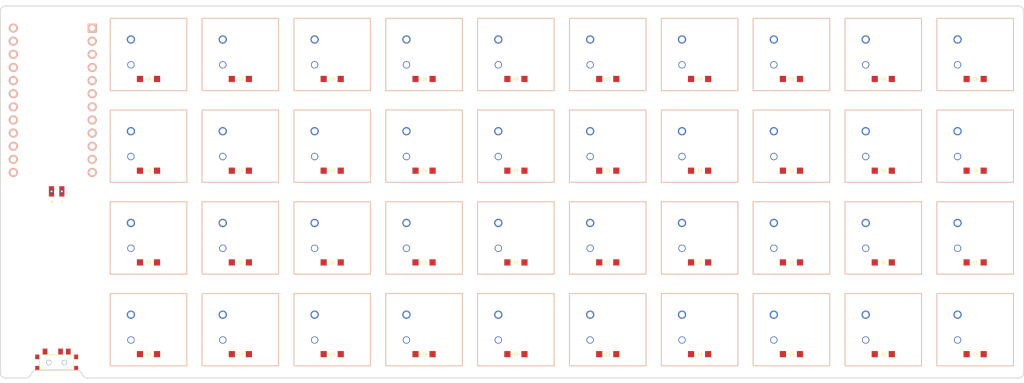
<source format=kicad_pcb>
(kicad_pcb (version 20171130) (host pcbnew 5.1.6)
  (title_block (title crepe) (rev v1.0.0) (company Unknown))
  (layers (0 F.Cu signal) (31 B.Cu signal) (34 B.Paste user) (35 F.Paste user) (36 B.SilkS user) (37 F.SilkS user) (38 B.Mask user) (39 F.Mask user) (44 Edge.Cuts user))
  (net 0 "")
  (net 1 "pinky_extras")
  (net 2 "c0")
  (net 3 "r3")
  (net 4 "pinky_bottom")
  (net 5 "r2")
  (net 6 "pinky_home")
  (net 7 "r1")
  (net 8 "pinky_top")
  (net 9 "r0")
  (net 10 "ring_extras")
  (net 11 "c1")
  (net 12 "ring_bottom")
  (net 13 "ring_home")
  (net 14 "ring_top")
  (net 15 "middle_extras")
  (net 16 "c2")
  (net 17 "middle_bottom")
  (net 18 "middle_home")
  (net 19 "middle_top")
  (net 20 "index_extras")
  (net 21 "c3")
  (net 22 "index_bottom")
  (net 23 "index_home")
  (net 24 "index_top")
  (net 25 "inner_extras")
  (net 26 "c4")
  (net 27 "inner_bottom")
  (net 28 "inner_home")
  (net 29 "inner_top")
  (net 30 "RAW")
  (net 31 "GND")
  (net 32 "RST")
  (net 33 "VCC")
  (net 34 "r4")
  (net 35 "r5")
  (net 36 "r6")
  (net 37 "r7")
  (net 38 "D3")
  (net 39 "D2")
  (net 40 "D1")
  (net 41 "D0")
  (net 42 "D4")
  (net 43 "B7")
  (net 44 "D5")
  (net 45 "C7")
  (net 46 "F1")
  (net 47 "F0")
  (net 48 "BAT")
  (net 49 "mirror_pinky_extras")
  (net 50 "mirror_pinky_bottom")
  (net 51 "mirror_pinky_home")
  (net 52 "mirror_pinky_top")
  (net 53 "mirror_ring_extras")
  (net 54 "mirror_ring_bottom")
  (net 55 "mirror_ring_home")
  (net 56 "mirror_ring_top")
  (net 57 "mirror_middle_extras")
  (net 58 "mirror_middle_bottom")
  (net 59 "mirror_middle_home")
  (net 60 "mirror_middle_top")
  (net 61 "mirror_index_extras")
  (net 62 "mirror_index_bottom")
  (net 63 "mirror_index_home")
  (net 64 "mirror_index_top")
  (net 65 "mirror_inner_extras")
  (net 66 "mirror_inner_bottom")
  (net 67 "mirror_inner_home")
  (net 68 "mirror_inner_top")
  (module Kailh-PG1425-X-Switch (layer F.Cu) (at 17.75 0 0)
    (fp_text reference "S1" hide)
    (pad "" np_thru_hole oval (at 2.4 0.9125 0) (size 0.3 4.1) (drill oval 0.3 4.1) (layers *.Cu *.Mask))
    (pad "" np_thru_hole oval (at 0 0.9125 0) (size 5.1 4.1) (drill oval 5.1 4.1) (layers *.Cu *.Mask))
    (pad "" np_thru_hole oval (at -1.55 0.9125 0) (size 2 4.1) (drill oval 2 4.1) (layers *.Cu *.Mask))
    (pad "" np_thru_hole circle (at 5.499992 5.512336 180) (size 1.3 1.3) (drill 1.3) (layers *.Cu *.Mask))
    (pad "" np_thru_hole circle (at -5.500008 -5.487664 180) (size 1.3 1.3) (drill 1.3) (layers *.Cu *.Mask))
    (pad "" np_thru_hole oval (at 0 2.8125 0) (size 5.1 0.3) (drill oval 5.1 0.3) (layers *.Cu *.Mask))
    (pad "" np_thru_hole oval (at -2.4 0.9125 0) (size 0.3 4.1) (drill oval 0.3 4.1) (layers *.Cu *.Mask))
    (pad "" np_thru_hole oval (at 1.55 0.9125 0) (size 2 4.1) (drill oval 2 4.1) (layers *.Cu *.Mask))
    (pad "" np_thru_hole oval (at 0 -0.9875 0) (size 5.1 0.3) (drill oval 5.1 0.3) (layers *.Cu *.Mask))
    (pad "1" thru_hole circle (at -3.400008 -2.887664 180) (size 1.6 1.6) (drill 1.1) (layers *.Cu *.Mask) (net 2 "c0"))
    (pad "2" thru_hole circle (at -3.400008 2.012336 180) (size 1.4 1.4) (drill 1.1) (layers *.Cu *.Mask) (net 1 "pinky_extras"))
  )
  (module ComboDiode (layer F.Cu) (at 17.75 4.75 180)
    (fp_text reference "D1" hide)
    (fp_text value "" hide)
    (pad 1 smd rect (at -1.65 0 180) (size 1.2 1.2) (layers F.Cu F.Paste F.Mask) (net 3 "r3"))
    (pad 2 smd rect (at 1.65 0 180) (size 1.2 1.2) (layers F.Cu F.Paste F.Mask) (net 1 "pinky_extras"))
  )
  (module Kailh-PG1425-X-Switch (layer F.Cu) (at 17.75 -17.75 0)
    (fp_text reference "S2" hide)
    (pad "" np_thru_hole oval (at 2.4 0.9125 0) (size 0.3 4.1) (drill oval 0.3 4.1) (layers *.Cu *.Mask))
    (pad "" np_thru_hole oval (at 0 0.9125 0) (size 5.1 4.1) (drill oval 5.1 4.1) (layers *.Cu *.Mask))
    (pad "" np_thru_hole oval (at -1.55 0.9125 0) (size 2 4.1) (drill oval 2 4.1) (layers *.Cu *.Mask))
    (pad "" np_thru_hole circle (at 5.499992 5.512336 180) (size 1.3 1.3) (drill 1.3) (layers *.Cu *.Mask))
    (pad "" np_thru_hole circle (at -5.500008 -5.487664 180) (size 1.3 1.3) (drill 1.3) (layers *.Cu *.Mask))
    (pad "" np_thru_hole oval (at 0 2.8125 0) (size 5.1 0.3) (drill oval 5.1 0.3) (layers *.Cu *.Mask))
    (pad "" np_thru_hole oval (at -2.4 0.9125 0) (size 0.3 4.1) (drill oval 0.3 4.1) (layers *.Cu *.Mask))
    (pad "" np_thru_hole oval (at 1.55 0.9125 0) (size 2 4.1) (drill oval 2 4.1) (layers *.Cu *.Mask))
    (pad "" np_thru_hole oval (at 0 -0.9875 0) (size 5.1 0.3) (drill oval 5.1 0.3) (layers *.Cu *.Mask))
    (pad "1" thru_hole circle (at -3.400008 -2.887664 180) (size 1.6 1.6) (drill 1.1) (layers *.Cu *.Mask) (net 2 "c0"))
    (pad "2" thru_hole circle (at -3.400008 2.012336 180) (size 1.4 1.4) (drill 1.1) (layers *.Cu *.Mask) (net 4 "pinky_bottom"))
  )
  (module ComboDiode (layer F.Cu) (at 17.75 -13 180)
    (fp_text reference "D2" hide)
    (fp_text value "" hide)
    (pad 1 smd rect (at -1.65 0 180) (size 1.2 1.2) (layers F.Cu F.Paste F.Mask) (net 5 "r2"))
    (pad 2 smd rect (at 1.65 0 180) (size 1.2 1.2) (layers F.Cu F.Paste F.Mask) (net 4 "pinky_bottom"))
  )
  (module Kailh-PG1425-X-Switch (layer F.Cu) (at 17.75 -35.5 0)
    (fp_text reference "S3" hide)
    (pad "" np_thru_hole oval (at 2.4 0.9125 0) (size 0.3 4.1) (drill oval 0.3 4.1) (layers *.Cu *.Mask))
    (pad "" np_thru_hole oval (at 0 0.9125 0) (size 5.1 4.1) (drill oval 5.1 4.1) (layers *.Cu *.Mask))
    (pad "" np_thru_hole oval (at -1.55 0.9125 0) (size 2 4.1) (drill oval 2 4.1) (layers *.Cu *.Mask))
    (pad "" np_thru_hole circle (at 5.499992 5.512336 180) (size 1.3 1.3) (drill 1.3) (layers *.Cu *.Mask))
    (pad "" np_thru_hole circle (at -5.500008 -5.487664 180) (size 1.3 1.3) (drill 1.3) (layers *.Cu *.Mask))
    (pad "" np_thru_hole oval (at 0 2.8125 0) (size 5.1 0.3) (drill oval 5.1 0.3) (layers *.Cu *.Mask))
    (pad "" np_thru_hole oval (at -2.4 0.9125 0) (size 0.3 4.1) (drill oval 0.3 4.1) (layers *.Cu *.Mask))
    (pad "" np_thru_hole oval (at 1.55 0.9125 0) (size 2 4.1) (drill oval 2 4.1) (layers *.Cu *.Mask))
    (pad "" np_thru_hole oval (at 0 -0.9875 0) (size 5.1 0.3) (drill oval 5.1 0.3) (layers *.Cu *.Mask))
    (pad "1" thru_hole circle (at -3.400008 -2.887664 180) (size 1.6 1.6) (drill 1.1) (layers *.Cu *.Mask) (net 2 "c0"))
    (pad "2" thru_hole circle (at -3.400008 2.012336 180) (size 1.4 1.4) (drill 1.1) (layers *.Cu *.Mask) (net 6 "pinky_home"))
  )
  (module ComboDiode (layer F.Cu) (at 17.75 -30.75 180)
    (fp_text reference "D3" hide)
    (fp_text value "" hide)
    (pad 1 smd rect (at -1.65 0 180) (size 1.2 1.2) (layers F.Cu F.Paste F.Mask) (net 7 "r1"))
    (pad 2 smd rect (at 1.65 0 180) (size 1.2 1.2) (layers F.Cu F.Paste F.Mask) (net 6 "pinky_home"))
  )
  (module Kailh-PG1425-X-Switch (layer F.Cu) (at 17.75 -53.25 0)
    (fp_text reference "S4" hide)
    (pad "" np_thru_hole oval (at 2.4 0.9125 0) (size 0.3 4.1) (drill oval 0.3 4.1) (layers *.Cu *.Mask))
    (pad "" np_thru_hole oval (at 0 0.9125 0) (size 5.1 4.1) (drill oval 5.1 4.1) (layers *.Cu *.Mask))
    (pad "" np_thru_hole oval (at -1.55 0.9125 0) (size 2 4.1) (drill oval 2 4.1) (layers *.Cu *.Mask))
    (pad "" np_thru_hole circle (at 5.499992 5.512336 180) (size 1.3 1.3) (drill 1.3) (layers *.Cu *.Mask))
    (pad "" np_thru_hole circle (at -5.500008 -5.487664 180) (size 1.3 1.3) (drill 1.3) (layers *.Cu *.Mask))
    (pad "" np_thru_hole oval (at 0 2.8125 0) (size 5.1 0.3) (drill oval 5.1 0.3) (layers *.Cu *.Mask))
    (pad "" np_thru_hole oval (at -2.4 0.9125 0) (size 0.3 4.1) (drill oval 0.3 4.1) (layers *.Cu *.Mask))
    (pad "" np_thru_hole oval (at 1.55 0.9125 0) (size 2 4.1) (drill oval 2 4.1) (layers *.Cu *.Mask))
    (pad "" np_thru_hole oval (at 0 -0.9875 0) (size 5.1 0.3) (drill oval 5.1 0.3) (layers *.Cu *.Mask))
    (pad "1" thru_hole circle (at -3.400008 -2.887664 180) (size 1.6 1.6) (drill 1.1) (layers *.Cu *.Mask) (net 2 "c0"))
    (pad "2" thru_hole circle (at -3.400008 2.012336 180) (size 1.4 1.4) (drill 1.1) (layers *.Cu *.Mask) (net 8 "pinky_top"))
  )
  (module ComboDiode (layer F.Cu) (at 17.75 -48.5 180)
    (fp_text reference "D4" hide)
    (fp_text value "" hide)
    (pad 1 smd rect (at -1.65 0 180) (size 1.2 1.2) (layers F.Cu F.Paste F.Mask) (net 9 "r0"))
    (pad 2 smd rect (at 1.65 0 180) (size 1.2 1.2) (layers F.Cu F.Paste F.Mask) (net 8 "pinky_top"))
  )
  (module Kailh-PG1425-X-Switch (layer F.Cu) (at 35.5 0 0)
    (fp_text reference "S5" hide)
    (pad "" np_thru_hole oval (at 2.4 0.9125 0) (size 0.3 4.1) (drill oval 0.3 4.1) (layers *.Cu *.Mask))
    (pad "" np_thru_hole oval (at 0 0.9125 0) (size 5.1 4.1) (drill oval 5.1 4.1) (layers *.Cu *.Mask))
    (pad "" np_thru_hole oval (at -1.55 0.9125 0) (size 2 4.1) (drill oval 2 4.1) (layers *.Cu *.Mask))
    (pad "" np_thru_hole circle (at 5.499992 5.512336 180) (size 1.3 1.3) (drill 1.3) (layers *.Cu *.Mask))
    (pad "" np_thru_hole circle (at -5.500008 -5.487664 180) (size 1.3 1.3) (drill 1.3) (layers *.Cu *.Mask))
    (pad "" np_thru_hole oval (at 0 2.8125 0) (size 5.1 0.3) (drill oval 5.1 0.3) (layers *.Cu *.Mask))
    (pad "" np_thru_hole oval (at -2.4 0.9125 0) (size 0.3 4.1) (drill oval 0.3 4.1) (layers *.Cu *.Mask))
    (pad "" np_thru_hole oval (at 1.55 0.9125 0) (size 2 4.1) (drill oval 2 4.1) (layers *.Cu *.Mask))
    (pad "" np_thru_hole oval (at 0 -0.9875 0) (size 5.1 0.3) (drill oval 5.1 0.3) (layers *.Cu *.Mask))
    (pad "1" thru_hole circle (at -3.400008 -2.887664 180) (size 1.6 1.6) (drill 1.1) (layers *.Cu *.Mask) (net 11 "c1"))
    (pad "2" thru_hole circle (at -3.400008 2.012336 180) (size 1.4 1.4) (drill 1.1) (layers *.Cu *.Mask) (net 10 "ring_extras"))
  )
  (module ComboDiode (layer F.Cu) (at 35.5 4.75 180)
    (fp_text reference "D5" hide)
    (fp_text value "" hide)
    (pad 1 smd rect (at -1.65 0 180) (size 1.2 1.2) (layers F.Cu F.Paste F.Mask) (net 3 "r3"))
    (pad 2 smd rect (at 1.65 0 180) (size 1.2 1.2) (layers F.Cu F.Paste F.Mask) (net 10 "ring_extras"))
  )
  (module Kailh-PG1425-X-Switch (layer F.Cu) (at 35.5 -17.75 0)
    (fp_text reference "S6" hide)
    (pad "" np_thru_hole oval (at 2.4 0.9125 0) (size 0.3 4.1) (drill oval 0.3 4.1) (layers *.Cu *.Mask))
    (pad "" np_thru_hole oval (at 0 0.9125 0) (size 5.1 4.1) (drill oval 5.1 4.1) (layers *.Cu *.Mask))
    (pad "" np_thru_hole oval (at -1.55 0.9125 0) (size 2 4.1) (drill oval 2 4.1) (layers *.Cu *.Mask))
    (pad "" np_thru_hole circle (at 5.499992 5.512336 180) (size 1.3 1.3) (drill 1.3) (layers *.Cu *.Mask))
    (pad "" np_thru_hole circle (at -5.500008 -5.487664 180) (size 1.3 1.3) (drill 1.3) (layers *.Cu *.Mask))
    (pad "" np_thru_hole oval (at 0 2.8125 0) (size 5.1 0.3) (drill oval 5.1 0.3) (layers *.Cu *.Mask))
    (pad "" np_thru_hole oval (at -2.4 0.9125 0) (size 0.3 4.1) (drill oval 0.3 4.1) (layers *.Cu *.Mask))
    (pad "" np_thru_hole oval (at 1.55 0.9125 0) (size 2 4.1) (drill oval 2 4.1) (layers *.Cu *.Mask))
    (pad "" np_thru_hole oval (at 0 -0.9875 0) (size 5.1 0.3) (drill oval 5.1 0.3) (layers *.Cu *.Mask))
    (pad "1" thru_hole circle (at -3.400008 -2.887664 180) (size 1.6 1.6) (drill 1.1) (layers *.Cu *.Mask) (net 11 "c1"))
    (pad "2" thru_hole circle (at -3.400008 2.012336 180) (size 1.4 1.4) (drill 1.1) (layers *.Cu *.Mask) (net 12 "ring_bottom"))
  )
  (module ComboDiode (layer F.Cu) (at 35.5 -13 180)
    (fp_text reference "D6" hide)
    (fp_text value "" hide)
    (pad 1 smd rect (at -1.65 0 180) (size 1.2 1.2) (layers F.Cu F.Paste F.Mask) (net 5 "r2"))
    (pad 2 smd rect (at 1.65 0 180) (size 1.2 1.2) (layers F.Cu F.Paste F.Mask) (net 12 "ring_bottom"))
  )
  (module Kailh-PG1425-X-Switch (layer F.Cu) (at 35.5 -35.5 0)
    (fp_text reference "S7" hide)
    (pad "" np_thru_hole oval (at 2.4 0.9125 0) (size 0.3 4.1) (drill oval 0.3 4.1) (layers *.Cu *.Mask))
    (pad "" np_thru_hole oval (at 0 0.9125 0) (size 5.1 4.1) (drill oval 5.1 4.1) (layers *.Cu *.Mask))
    (pad "" np_thru_hole oval (at -1.55 0.9125 0) (size 2 4.1) (drill oval 2 4.1) (layers *.Cu *.Mask))
    (pad "" np_thru_hole circle (at 5.499992 5.512336 180) (size 1.3 1.3) (drill 1.3) (layers *.Cu *.Mask))
    (pad "" np_thru_hole circle (at -5.500008 -5.487664 180) (size 1.3 1.3) (drill 1.3) (layers *.Cu *.Mask))
    (pad "" np_thru_hole oval (at 0 2.8125 0) (size 5.1 0.3) (drill oval 5.1 0.3) (layers *.Cu *.Mask))
    (pad "" np_thru_hole oval (at -2.4 0.9125 0) (size 0.3 4.1) (drill oval 0.3 4.1) (layers *.Cu *.Mask))
    (pad "" np_thru_hole oval (at 1.55 0.9125 0) (size 2 4.1) (drill oval 2 4.1) (layers *.Cu *.Mask))
    (pad "" np_thru_hole oval (at 0 -0.9875 0) (size 5.1 0.3) (drill oval 5.1 0.3) (layers *.Cu *.Mask))
    (pad "1" thru_hole circle (at -3.400008 -2.887664 180) (size 1.6 1.6) (drill 1.1) (layers *.Cu *.Mask) (net 11 "c1"))
    (pad "2" thru_hole circle (at -3.400008 2.012336 180) (size 1.4 1.4) (drill 1.1) (layers *.Cu *.Mask) (net 13 "ring_home"))
  )
  (module ComboDiode (layer F.Cu) (at 35.5 -30.75 180)
    (fp_text reference "D7" hide)
    (fp_text value "" hide)
    (pad 1 smd rect (at -1.65 0 180) (size 1.2 1.2) (layers F.Cu F.Paste F.Mask) (net 7 "r1"))
    (pad 2 smd rect (at 1.65 0 180) (size 1.2 1.2) (layers F.Cu F.Paste F.Mask) (net 13 "ring_home"))
  )
  (module Kailh-PG1425-X-Switch (layer F.Cu) (at 35.5 -53.25 0)
    (fp_text reference "S8" hide)
    (pad "" np_thru_hole oval (at 2.4 0.9125 0) (size 0.3 4.1) (drill oval 0.3 4.1) (layers *.Cu *.Mask))
    (pad "" np_thru_hole oval (at 0 0.9125 0) (size 5.1 4.1) (drill oval 5.1 4.1) (layers *.Cu *.Mask))
    (pad "" np_thru_hole oval (at -1.55 0.9125 0) (size 2 4.1) (drill oval 2 4.1) (layers *.Cu *.Mask))
    (pad "" np_thru_hole circle (at 5.499992 5.512336 180) (size 1.3 1.3) (drill 1.3) (layers *.Cu *.Mask))
    (pad "" np_thru_hole circle (at -5.500008 -5.487664 180) (size 1.3 1.3) (drill 1.3) (layers *.Cu *.Mask))
    (pad "" np_thru_hole oval (at 0 2.8125 0) (size 5.1 0.3) (drill oval 5.1 0.3) (layers *.Cu *.Mask))
    (pad "" np_thru_hole oval (at -2.4 0.9125 0) (size 0.3 4.1) (drill oval 0.3 4.1) (layers *.Cu *.Mask))
    (pad "" np_thru_hole oval (at 1.55 0.9125 0) (size 2 4.1) (drill oval 2 4.1) (layers *.Cu *.Mask))
    (pad "" np_thru_hole oval (at 0 -0.9875 0) (size 5.1 0.3) (drill oval 5.1 0.3) (layers *.Cu *.Mask))
    (pad "1" thru_hole circle (at -3.400008 -2.887664 180) (size 1.6 1.6) (drill 1.1) (layers *.Cu *.Mask) (net 11 "c1"))
    (pad "2" thru_hole circle (at -3.400008 2.012336 180) (size 1.4 1.4) (drill 1.1) (layers *.Cu *.Mask) (net 14 "ring_top"))
  )
  (module ComboDiode (layer F.Cu) (at 35.5 -48.5 180)
    (fp_text reference "D8" hide)
    (fp_text value "" hide)
    (pad 1 smd rect (at -1.65 0 180) (size 1.2 1.2) (layers F.Cu F.Paste F.Mask) (net 9 "r0"))
    (pad 2 smd rect (at 1.65 0 180) (size 1.2 1.2) (layers F.Cu F.Paste F.Mask) (net 14 "ring_top"))
  )
  (module Kailh-PG1425-X-Switch (layer F.Cu) (at 53.25 0 0)
    (fp_text reference "S9" hide)
    (pad "" np_thru_hole oval (at 2.4 0.9125 0) (size 0.3 4.1) (drill oval 0.3 4.1) (layers *.Cu *.Mask))
    (pad "" np_thru_hole oval (at 0 0.9125 0) (size 5.1 4.1) (drill oval 5.1 4.1) (layers *.Cu *.Mask))
    (pad "" np_thru_hole oval (at -1.55 0.9125 0) (size 2 4.1) (drill oval 2 4.1) (layers *.Cu *.Mask))
    (pad "" np_thru_hole circle (at 5.499992 5.512336 180) (size 1.3 1.3) (drill 1.3) (layers *.Cu *.Mask))
    (pad "" np_thru_hole circle (at -5.500008 -5.487664 180) (size 1.3 1.3) (drill 1.3) (layers *.Cu *.Mask))
    (pad "" np_thru_hole oval (at 0 2.8125 0) (size 5.1 0.3) (drill oval 5.1 0.3) (layers *.Cu *.Mask))
    (pad "" np_thru_hole oval (at -2.4 0.9125 0) (size 0.3 4.1) (drill oval 0.3 4.1) (layers *.Cu *.Mask))
    (pad "" np_thru_hole oval (at 1.55 0.9125 0) (size 2 4.1) (drill oval 2 4.1) (layers *.Cu *.Mask))
    (pad "" np_thru_hole oval (at 0 -0.9875 0) (size 5.1 0.3) (drill oval 5.1 0.3) (layers *.Cu *.Mask))
    (pad "1" thru_hole circle (at -3.400008 -2.887664 180) (size 1.6 1.6) (drill 1.1) (layers *.Cu *.Mask) (net 16 "c2"))
    (pad "2" thru_hole circle (at -3.400008 2.012336 180) (size 1.4 1.4) (drill 1.1) (layers *.Cu *.Mask) (net 15 "middle_extras"))
  )
  (module ComboDiode (layer F.Cu) (at 53.25 4.75 180)
    (fp_text reference "D9" hide)
    (fp_text value "" hide)
    (pad 1 smd rect (at -1.65 0 180) (size 1.2 1.2) (layers F.Cu F.Paste F.Mask) (net 3 "r3"))
    (pad 2 smd rect (at 1.65 0 180) (size 1.2 1.2) (layers F.Cu F.Paste F.Mask) (net 15 "middle_extras"))
  )
  (module Kailh-PG1425-X-Switch (layer F.Cu) (at 53.25 -17.75 0)
    (fp_text reference "S10" hide)
    (pad "" np_thru_hole oval (at 2.4 0.9125 0) (size 0.3 4.1) (drill oval 0.3 4.1) (layers *.Cu *.Mask))
    (pad "" np_thru_hole oval (at 0 0.9125 0) (size 5.1 4.1) (drill oval 5.1 4.1) (layers *.Cu *.Mask))
    (pad "" np_thru_hole oval (at -1.55 0.9125 0) (size 2 4.1) (drill oval 2 4.1) (layers *.Cu *.Mask))
    (pad "" np_thru_hole circle (at 5.499992 5.512336 180) (size 1.3 1.3) (drill 1.3) (layers *.Cu *.Mask))
    (pad "" np_thru_hole circle (at -5.500008 -5.487664 180) (size 1.3 1.3) (drill 1.3) (layers *.Cu *.Mask))
    (pad "" np_thru_hole oval (at 0 2.8125 0) (size 5.1 0.3) (drill oval 5.1 0.3) (layers *.Cu *.Mask))
    (pad "" np_thru_hole oval (at -2.4 0.9125 0) (size 0.3 4.1) (drill oval 0.3 4.1) (layers *.Cu *.Mask))
    (pad "" np_thru_hole oval (at 1.55 0.9125 0) (size 2 4.1) (drill oval 2 4.1) (layers *.Cu *.Mask))
    (pad "" np_thru_hole oval (at 0 -0.9875 0) (size 5.1 0.3) (drill oval 5.1 0.3) (layers *.Cu *.Mask))
    (pad "1" thru_hole circle (at -3.400008 -2.887664 180) (size 1.6 1.6) (drill 1.1) (layers *.Cu *.Mask) (net 16 "c2"))
    (pad "2" thru_hole circle (at -3.400008 2.012336 180) (size 1.4 1.4) (drill 1.1) (layers *.Cu *.Mask) (net 17 "middle_bottom"))
  )
  (module ComboDiode (layer F.Cu) (at 53.25 -13 180)
    (fp_text reference "D10" hide)
    (fp_text value "" hide)
    (pad 1 smd rect (at -1.65 0 180) (size 1.2 1.2) (layers F.Cu F.Paste F.Mask) (net 5 "r2"))
    (pad 2 smd rect (at 1.65 0 180) (size 1.2 1.2) (layers F.Cu F.Paste F.Mask) (net 17 "middle_bottom"))
  )
  (module Kailh-PG1425-X-Switch (layer F.Cu) (at 53.25 -35.5 0)
    (fp_text reference "S11" hide)
    (pad "" np_thru_hole oval (at 2.4 0.9125 0) (size 0.3 4.1) (drill oval 0.3 4.1) (layers *.Cu *.Mask))
    (pad "" np_thru_hole oval (at 0 0.9125 0) (size 5.1 4.1) (drill oval 5.1 4.1) (layers *.Cu *.Mask))
    (pad "" np_thru_hole oval (at -1.55 0.9125 0) (size 2 4.1) (drill oval 2 4.1) (layers *.Cu *.Mask))
    (pad "" np_thru_hole circle (at 5.499992 5.512336 180) (size 1.3 1.3) (drill 1.3) (layers *.Cu *.Mask))
    (pad "" np_thru_hole circle (at -5.500008 -5.487664 180) (size 1.3 1.3) (drill 1.3) (layers *.Cu *.Mask))
    (pad "" np_thru_hole oval (at 0 2.8125 0) (size 5.1 0.3) (drill oval 5.1 0.3) (layers *.Cu *.Mask))
    (pad "" np_thru_hole oval (at -2.4 0.9125 0) (size 0.3 4.1) (drill oval 0.3 4.1) (layers *.Cu *.Mask))
    (pad "" np_thru_hole oval (at 1.55 0.9125 0) (size 2 4.1) (drill oval 2 4.1) (layers *.Cu *.Mask))
    (pad "" np_thru_hole oval (at 0 -0.9875 0) (size 5.1 0.3) (drill oval 5.1 0.3) (layers *.Cu *.Mask))
    (pad "1" thru_hole circle (at -3.400008 -2.887664 180) (size 1.6 1.6) (drill 1.1) (layers *.Cu *.Mask) (net 16 "c2"))
    (pad "2" thru_hole circle (at -3.400008 2.012336 180) (size 1.4 1.4) (drill 1.1) (layers *.Cu *.Mask) (net 18 "middle_home"))
  )
  (module ComboDiode (layer F.Cu) (at 53.25 -30.75 180)
    (fp_text reference "D11" hide)
    (fp_text value "" hide)
    (pad 1 smd rect (at -1.65 0 180) (size 1.2 1.2) (layers F.Cu F.Paste F.Mask) (net 7 "r1"))
    (pad 2 smd rect (at 1.65 0 180) (size 1.2 1.2) (layers F.Cu F.Paste F.Mask) (net 18 "middle_home"))
  )
  (module Kailh-PG1425-X-Switch (layer F.Cu) (at 53.25 -53.25 0)
    (fp_text reference "S12" hide)
    (pad "" np_thru_hole oval (at 2.4 0.9125 0) (size 0.3 4.1) (drill oval 0.3 4.1) (layers *.Cu *.Mask))
    (pad "" np_thru_hole oval (at 0 0.9125 0) (size 5.1 4.1) (drill oval 5.1 4.1) (layers *.Cu *.Mask))
    (pad "" np_thru_hole oval (at -1.55 0.9125 0) (size 2 4.1) (drill oval 2 4.1) (layers *.Cu *.Mask))
    (pad "" np_thru_hole circle (at 5.499992 5.512336 180) (size 1.3 1.3) (drill 1.3) (layers *.Cu *.Mask))
    (pad "" np_thru_hole circle (at -5.500008 -5.487664 180) (size 1.3 1.3) (drill 1.3) (layers *.Cu *.Mask))
    (pad "" np_thru_hole oval (at 0 2.8125 0) (size 5.1 0.3) (drill oval 5.1 0.3) (layers *.Cu *.Mask))
    (pad "" np_thru_hole oval (at -2.4 0.9125 0) (size 0.3 4.1) (drill oval 0.3 4.1) (layers *.Cu *.Mask))
    (pad "" np_thru_hole oval (at 1.55 0.9125 0) (size 2 4.1) (drill oval 2 4.1) (layers *.Cu *.Mask))
    (pad "" np_thru_hole oval (at 0 -0.9875 0) (size 5.1 0.3) (drill oval 5.1 0.3) (layers *.Cu *.Mask))
    (pad "1" thru_hole circle (at -3.400008 -2.887664 180) (size 1.6 1.6) (drill 1.1) (layers *.Cu *.Mask) (net 16 "c2"))
    (pad "2" thru_hole circle (at -3.400008 2.012336 180) (size 1.4 1.4) (drill 1.1) (layers *.Cu *.Mask) (net 19 "middle_top"))
  )
  (module ComboDiode (layer F.Cu) (at 53.25 -48.5 180)
    (fp_text reference "D12" hide)
    (fp_text value "" hide)
    (pad 1 smd rect (at -1.65 0 180) (size 1.2 1.2) (layers F.Cu F.Paste F.Mask) (net 9 "r0"))
    (pad 2 smd rect (at 1.65 0 180) (size 1.2 1.2) (layers F.Cu F.Paste F.Mask) (net 19 "middle_top"))
  )
  (module Kailh-PG1425-X-Switch (layer F.Cu) (at 71 0 0)
    (fp_text reference "S13" hide)
    (pad "" np_thru_hole oval (at 2.4 0.9125 0) (size 0.3 4.1) (drill oval 0.3 4.1) (layers *.Cu *.Mask))
    (pad "" np_thru_hole oval (at 0 0.9125 0) (size 5.1 4.1) (drill oval 5.1 4.1) (layers *.Cu *.Mask))
    (pad "" np_thru_hole oval (at -1.55 0.9125 0) (size 2 4.1) (drill oval 2 4.1) (layers *.Cu *.Mask))
    (pad "" np_thru_hole circle (at 5.499992 5.512336 180) (size 1.3 1.3) (drill 1.3) (layers *.Cu *.Mask))
    (pad "" np_thru_hole circle (at -5.500008 -5.487664 180) (size 1.3 1.3) (drill 1.3) (layers *.Cu *.Mask))
    (pad "" np_thru_hole oval (at 0 2.8125 0) (size 5.1 0.3) (drill oval 5.1 0.3) (layers *.Cu *.Mask))
    (pad "" np_thru_hole oval (at -2.4 0.9125 0) (size 0.3 4.1) (drill oval 0.3 4.1) (layers *.Cu *.Mask))
    (pad "" np_thru_hole oval (at 1.55 0.9125 0) (size 2 4.1) (drill oval 2 4.1) (layers *.Cu *.Mask))
    (pad "" np_thru_hole oval (at 0 -0.9875 0) (size 5.1 0.3) (drill oval 5.1 0.3) (layers *.Cu *.Mask))
    (pad "1" thru_hole circle (at -3.400008 -2.887664 180) (size 1.6 1.6) (drill 1.1) (layers *.Cu *.Mask) (net 21 "c3"))
    (pad "2" thru_hole circle (at -3.400008 2.012336 180) (size 1.4 1.4) (drill 1.1) (layers *.Cu *.Mask) (net 20 "index_extras"))
  )
  (module ComboDiode (layer F.Cu) (at 71 4.75 180)
    (fp_text reference "D13" hide)
    (fp_text value "" hide)
    (pad 1 smd rect (at -1.65 0 180) (size 1.2 1.2) (layers F.Cu F.Paste F.Mask) (net 3 "r3"))
    (pad 2 smd rect (at 1.65 0 180) (size 1.2 1.2) (layers F.Cu F.Paste F.Mask) (net 20 "index_extras"))
  )
  (module Kailh-PG1425-X-Switch (layer F.Cu) (at 71 -17.75 0)
    (fp_text reference "S14" hide)
    (pad "" np_thru_hole oval (at 2.4 0.9125 0) (size 0.3 4.1) (drill oval 0.3 4.1) (layers *.Cu *.Mask))
    (pad "" np_thru_hole oval (at 0 0.9125 0) (size 5.1 4.1) (drill oval 5.1 4.1) (layers *.Cu *.Mask))
    (pad "" np_thru_hole oval (at -1.55 0.9125 0) (size 2 4.1) (drill oval 2 4.1) (layers *.Cu *.Mask))
    (pad "" np_thru_hole circle (at 5.499992 5.512336 180) (size 1.3 1.3) (drill 1.3) (layers *.Cu *.Mask))
    (pad "" np_thru_hole circle (at -5.500008 -5.487664 180) (size 1.3 1.3) (drill 1.3) (layers *.Cu *.Mask))
    (pad "" np_thru_hole oval (at 0 2.8125 0) (size 5.1 0.3) (drill oval 5.1 0.3) (layers *.Cu *.Mask))
    (pad "" np_thru_hole oval (at -2.4 0.9125 0) (size 0.3 4.1) (drill oval 0.3 4.1) (layers *.Cu *.Mask))
    (pad "" np_thru_hole oval (at 1.55 0.9125 0) (size 2 4.1) (drill oval 2 4.1) (layers *.Cu *.Mask))
    (pad "" np_thru_hole oval (at 0 -0.9875 0) (size 5.1 0.3) (drill oval 5.1 0.3) (layers *.Cu *.Mask))
    (pad "1" thru_hole circle (at -3.400008 -2.887664 180) (size 1.6 1.6) (drill 1.1) (layers *.Cu *.Mask) (net 21 "c3"))
    (pad "2" thru_hole circle (at -3.400008 2.012336 180) (size 1.4 1.4) (drill 1.1) (layers *.Cu *.Mask) (net 22 "index_bottom"))
  )
  (module ComboDiode (layer F.Cu) (at 71 -13 180)
    (fp_text reference "D14" hide)
    (fp_text value "" hide)
    (pad 1 smd rect (at -1.65 0 180) (size 1.2 1.2) (layers F.Cu F.Paste F.Mask) (net 5 "r2"))
    (pad 2 smd rect (at 1.65 0 180) (size 1.2 1.2) (layers F.Cu F.Paste F.Mask) (net 22 "index_bottom"))
  )
  (module Kailh-PG1425-X-Switch (layer F.Cu) (at 71 -35.5 0)
    (fp_text reference "S15" hide)
    (pad "" np_thru_hole oval (at 2.4 0.9125 0) (size 0.3 4.1) (drill oval 0.3 4.1) (layers *.Cu *.Mask))
    (pad "" np_thru_hole oval (at 0 0.9125 0) (size 5.1 4.1) (drill oval 5.1 4.1) (layers *.Cu *.Mask))
    (pad "" np_thru_hole oval (at -1.55 0.9125 0) (size 2 4.1) (drill oval 2 4.1) (layers *.Cu *.Mask))
    (pad "" np_thru_hole circle (at 5.499992 5.512336 180) (size 1.3 1.3) (drill 1.3) (layers *.Cu *.Mask))
    (pad "" np_thru_hole circle (at -5.500008 -5.487664 180) (size 1.3 1.3) (drill 1.3) (layers *.Cu *.Mask))
    (pad "" np_thru_hole oval (at 0 2.8125 0) (size 5.1 0.3) (drill oval 5.1 0.3) (layers *.Cu *.Mask))
    (pad "" np_thru_hole oval (at -2.4 0.9125 0) (size 0.3 4.1) (drill oval 0.3 4.1) (layers *.Cu *.Mask))
    (pad "" np_thru_hole oval (at 1.55 0.9125 0) (size 2 4.1) (drill oval 2 4.1) (layers *.Cu *.Mask))
    (pad "" np_thru_hole oval (at 0 -0.9875 0) (size 5.1 0.3) (drill oval 5.1 0.3) (layers *.Cu *.Mask))
    (pad "1" thru_hole circle (at -3.400008 -2.887664 180) (size 1.6 1.6) (drill 1.1) (layers *.Cu *.Mask) (net 21 "c3"))
    (pad "2" thru_hole circle (at -3.400008 2.012336 180) (size 1.4 1.4) (drill 1.1) (layers *.Cu *.Mask) (net 23 "index_home"))
  )
  (module ComboDiode (layer F.Cu) (at 71 -30.75 180)
    (fp_text reference "D15" hide)
    (fp_text value "" hide)
    (pad 1 smd rect (at -1.65 0 180) (size 1.2 1.2) (layers F.Cu F.Paste F.Mask) (net 7 "r1"))
    (pad 2 smd rect (at 1.65 0 180) (size 1.2 1.2) (layers F.Cu F.Paste F.Mask) (net 23 "index_home"))
  )
  (module Kailh-PG1425-X-Switch (layer F.Cu) (at 71 -53.25 0)
    (fp_text reference "S16" hide)
    (pad "" np_thru_hole oval (at 2.4 0.9125 0) (size 0.3 4.1) (drill oval 0.3 4.1) (layers *.Cu *.Mask))
    (pad "" np_thru_hole oval (at 0 0.9125 0) (size 5.1 4.1) (drill oval 5.1 4.1) (layers *.Cu *.Mask))
    (pad "" np_thru_hole oval (at -1.55 0.9125 0) (size 2 4.1) (drill oval 2 4.1) (layers *.Cu *.Mask))
    (pad "" np_thru_hole circle (at 5.499992 5.512336 180) (size 1.3 1.3) (drill 1.3) (layers *.Cu *.Mask))
    (pad "" np_thru_hole circle (at -5.500008 -5.487664 180) (size 1.3 1.3) (drill 1.3) (layers *.Cu *.Mask))
    (pad "" np_thru_hole oval (at 0 2.8125 0) (size 5.1 0.3) (drill oval 5.1 0.3) (layers *.Cu *.Mask))
    (pad "" np_thru_hole oval (at -2.4 0.9125 0) (size 0.3 4.1) (drill oval 0.3 4.1) (layers *.Cu *.Mask))
    (pad "" np_thru_hole oval (at 1.55 0.9125 0) (size 2 4.1) (drill oval 2 4.1) (layers *.Cu *.Mask))
    (pad "" np_thru_hole oval (at 0 -0.9875 0) (size 5.1 0.3) (drill oval 5.1 0.3) (layers *.Cu *.Mask))
    (pad "1" thru_hole circle (at -3.400008 -2.887664 180) (size 1.6 1.6) (drill 1.1) (layers *.Cu *.Mask) (net 21 "c3"))
    (pad "2" thru_hole circle (at -3.400008 2.012336 180) (size 1.4 1.4) (drill 1.1) (layers *.Cu *.Mask) (net 24 "index_top"))
  )
  (module ComboDiode (layer F.Cu) (at 71 -48.5 180)
    (fp_text reference "D16" hide)
    (fp_text value "" hide)
    (pad 1 smd rect (at -1.65 0 180) (size 1.2 1.2) (layers F.Cu F.Paste F.Mask) (net 9 "r0"))
    (pad 2 smd rect (at 1.65 0 180) (size 1.2 1.2) (layers F.Cu F.Paste F.Mask) (net 24 "index_top"))
  )
  (module Kailh-PG1425-X-Switch (layer F.Cu) (at 88.75 0 0)
    (fp_text reference "S17" hide)
    (pad "" np_thru_hole oval (at 2.4 0.9125 0) (size 0.3 4.1) (drill oval 0.3 4.1) (layers *.Cu *.Mask))
    (pad "" np_thru_hole oval (at 0 0.9125 0) (size 5.1 4.1) (drill oval 5.1 4.1) (layers *.Cu *.Mask))
    (pad "" np_thru_hole oval (at -1.55 0.9125 0) (size 2 4.1) (drill oval 2 4.1) (layers *.Cu *.Mask))
    (pad "" np_thru_hole circle (at 5.499992 5.512336 180) (size 1.3 1.3) (drill 1.3) (layers *.Cu *.Mask))
    (pad "" np_thru_hole circle (at -5.500008 -5.487664 180) (size 1.3 1.3) (drill 1.3) (layers *.Cu *.Mask))
    (pad "" np_thru_hole oval (at 0 2.8125 0) (size 5.1 0.3) (drill oval 5.1 0.3) (layers *.Cu *.Mask))
    (pad "" np_thru_hole oval (at -2.4 0.9125 0) (size 0.3 4.1) (drill oval 0.3 4.1) (layers *.Cu *.Mask))
    (pad "" np_thru_hole oval (at 1.55 0.9125 0) (size 2 4.1) (drill oval 2 4.1) (layers *.Cu *.Mask))
    (pad "" np_thru_hole oval (at 0 -0.9875 0) (size 5.1 0.3) (drill oval 5.1 0.3) (layers *.Cu *.Mask))
    (pad "1" thru_hole circle (at -3.400008 -2.887664 180) (size 1.6 1.6) (drill 1.1) (layers *.Cu *.Mask) (net 26 "c4"))
    (pad "2" thru_hole circle (at -3.400008 2.012336 180) (size 1.4 1.4) (drill 1.1) (layers *.Cu *.Mask) (net 25 "inner_extras"))
  )
  (module ComboDiode (layer F.Cu) (at 88.75 4.75 180)
    (fp_text reference "D17" hide)
    (fp_text value "" hide)
    (pad 1 smd rect (at -1.65 0 180) (size 1.2 1.2) (layers F.Cu F.Paste F.Mask) (net 3 "r3"))
    (pad 2 smd rect (at 1.65 0 180) (size 1.2 1.2) (layers F.Cu F.Paste F.Mask) (net 25 "inner_extras"))
  )
  (module Kailh-PG1425-X-Switch (layer F.Cu) (at 88.75 -17.75 0)
    (fp_text reference "S18" hide)
    (pad "" np_thru_hole oval (at 2.4 0.9125 0) (size 0.3 4.1) (drill oval 0.3 4.1) (layers *.Cu *.Mask))
    (pad "" np_thru_hole oval (at 0 0.9125 0) (size 5.1 4.1) (drill oval 5.1 4.1) (layers *.Cu *.Mask))
    (pad "" np_thru_hole oval (at -1.55 0.9125 0) (size 2 4.1) (drill oval 2 4.1) (layers *.Cu *.Mask))
    (pad "" np_thru_hole circle (at 5.499992 5.512336 180) (size 1.3 1.3) (drill 1.3) (layers *.Cu *.Mask))
    (pad "" np_thru_hole circle (at -5.500008 -5.487664 180) (size 1.3 1.3) (drill 1.3) (layers *.Cu *.Mask))
    (pad "" np_thru_hole oval (at 0 2.8125 0) (size 5.1 0.3) (drill oval 5.1 0.3) (layers *.Cu *.Mask))
    (pad "" np_thru_hole oval (at -2.4 0.9125 0) (size 0.3 4.1) (drill oval 0.3 4.1) (layers *.Cu *.Mask))
    (pad "" np_thru_hole oval (at 1.55 0.9125 0) (size 2 4.1) (drill oval 2 4.1) (layers *.Cu *.Mask))
    (pad "" np_thru_hole oval (at 0 -0.9875 0) (size 5.1 0.3) (drill oval 5.1 0.3) (layers *.Cu *.Mask))
    (pad "1" thru_hole circle (at -3.400008 -2.887664 180) (size 1.6 1.6) (drill 1.1) (layers *.Cu *.Mask) (net 26 "c4"))
    (pad "2" thru_hole circle (at -3.400008 2.012336 180) (size 1.4 1.4) (drill 1.1) (layers *.Cu *.Mask) (net 27 "inner_bottom"))
  )
  (module ComboDiode (layer F.Cu) (at 88.75 -13 180)
    (fp_text reference "D18" hide)
    (fp_text value "" hide)
    (pad 1 smd rect (at -1.65 0 180) (size 1.2 1.2) (layers F.Cu F.Paste F.Mask) (net 5 "r2"))
    (pad 2 smd rect (at 1.65 0 180) (size 1.2 1.2) (layers F.Cu F.Paste F.Mask) (net 27 "inner_bottom"))
  )
  (module Kailh-PG1425-X-Switch (layer F.Cu) (at 88.75 -35.5 0)
    (fp_text reference "S19" hide)
    (pad "" np_thru_hole oval (at 2.4 0.9125 0) (size 0.3 4.1) (drill oval 0.3 4.1) (layers *.Cu *.Mask))
    (pad "" np_thru_hole oval (at 0 0.9125 0) (size 5.1 4.1) (drill oval 5.1 4.1) (layers *.Cu *.Mask))
    (pad "" np_thru_hole oval (at -1.55 0.9125 0) (size 2 4.1) (drill oval 2 4.1) (layers *.Cu *.Mask))
    (pad "" np_thru_hole circle (at 5.499992 5.512336 180) (size 1.3 1.3) (drill 1.3) (layers *.Cu *.Mask))
    (pad "" np_thru_hole circle (at -5.500008 -5.487664 180) (size 1.3 1.3) (drill 1.3) (layers *.Cu *.Mask))
    (pad "" np_thru_hole oval (at 0 2.8125 0) (size 5.1 0.3) (drill oval 5.1 0.3) (layers *.Cu *.Mask))
    (pad "" np_thru_hole oval (at -2.4 0.9125 0) (size 0.3 4.1) (drill oval 0.3 4.1) (layers *.Cu *.Mask))
    (pad "" np_thru_hole oval (at 1.55 0.9125 0) (size 2 4.1) (drill oval 2 4.1) (layers *.Cu *.Mask))
    (pad "" np_thru_hole oval (at 0 -0.9875 0) (size 5.1 0.3) (drill oval 5.1 0.3) (layers *.Cu *.Mask))
    (pad "1" thru_hole circle (at -3.400008 -2.887664 180) (size 1.6 1.6) (drill 1.1) (layers *.Cu *.Mask) (net 26 "c4"))
    (pad "2" thru_hole circle (at -3.400008 2.012336 180) (size 1.4 1.4) (drill 1.1) (layers *.Cu *.Mask) (net 28 "inner_home"))
  )
  (module ComboDiode (layer F.Cu) (at 88.75 -30.75 180)
    (fp_text reference "D19" hide)
    (fp_text value "" hide)
    (pad 1 smd rect (at -1.65 0 180) (size 1.2 1.2) (layers F.Cu F.Paste F.Mask) (net 7 "r1"))
    (pad 2 smd rect (at 1.65 0 180) (size 1.2 1.2) (layers F.Cu F.Paste F.Mask) (net 28 "inner_home"))
  )
  (module Kailh-PG1425-X-Switch (layer F.Cu) (at 88.75 -53.25 0)
    (fp_text reference "S20" hide)
    (pad "" np_thru_hole oval (at 2.4 0.9125 0) (size 0.3 4.1) (drill oval 0.3 4.1) (layers *.Cu *.Mask))
    (pad "" np_thru_hole oval (at 0 0.9125 0) (size 5.1 4.1) (drill oval 5.1 4.1) (layers *.Cu *.Mask))
    (pad "" np_thru_hole oval (at -1.55 0.9125 0) (size 2 4.1) (drill oval 2 4.1) (layers *.Cu *.Mask))
    (pad "" np_thru_hole circle (at 5.499992 5.512336 180) (size 1.3 1.3) (drill 1.3) (layers *.Cu *.Mask))
    (pad "" np_thru_hole circle (at -5.500008 -5.487664 180) (size 1.3 1.3) (drill 1.3) (layers *.Cu *.Mask))
    (pad "" np_thru_hole oval (at 0 2.8125 0) (size 5.1 0.3) (drill oval 5.1 0.3) (layers *.Cu *.Mask))
    (pad "" np_thru_hole oval (at -2.4 0.9125 0) (size 0.3 4.1) (drill oval 0.3 4.1) (layers *.Cu *.Mask))
    (pad "" np_thru_hole oval (at 1.55 0.9125 0) (size 2 4.1) (drill oval 2 4.1) (layers *.Cu *.Mask))
    (pad "" np_thru_hole oval (at 0 -0.9875 0) (size 5.1 0.3) (drill oval 5.1 0.3) (layers *.Cu *.Mask))
    (pad "1" thru_hole circle (at -3.400008 -2.887664 180) (size 1.6 1.6) (drill 1.1) (layers *.Cu *.Mask) (net 26 "c4"))
    (pad "2" thru_hole circle (at -3.400008 2.012336 180) (size 1.4 1.4) (drill 1.1) (layers *.Cu *.Mask) (net 29 "inner_top"))
  )
  (module ComboDiode (layer F.Cu) (at 88.75 -48.5 180)
    (fp_text reference "D20" hide)
    (fp_text value "" hide)
    (pad 1 smd rect (at -1.65 0 180) (size 1.2 1.2) (layers F.Cu F.Paste F.Mask) (net 9 "r0"))
    (pad 2 smd rect (at 1.65 0 180) (size 1.2 1.2) (layers F.Cu F.Paste F.Mask) (net 29 "inner_top"))
  )
  (module "CONTROLLER" (layer "F.Cu") (at -0.75 -44.375 -90)
    (fp_text value "CONTROLLER" hide)
    (pad "1" thru_hole rect (at -13.97 -7.62) (size 1.7526 1.7526) (drill 1.0922) (layers *.Cu *.SilkS *.Mask) (net 30 "RAW"))
    (pad "2" thru_hole circle (at -11.43 -7.62) (size 1.7526 1.7526) (drill 1.0922) (layers *.Cu *.SilkS *.Mask) (net 31 "GND"))
    (pad "3" thru_hole circle (at -8.89 -7.62) (size 1.7526 1.7526) (drill 1.0922) (layers *.Cu *.SilkS *.Mask) (net 32 "RST"))
    (pad "4" thru_hole circle (at -6.35 -7.62) (size 1.7526 1.7526) (drill 1.0922) (layers *.Cu *.SilkS *.Mask) (net 33 "VCC"))
    (pad "5" thru_hole circle (at -3.81 -7.62) (size 1.7526 1.7526) (drill 1.0922) (layers *.Cu *.SilkS *.Mask) (net 9 "r0"))
    (pad "6" thru_hole circle (at -1.27 -7.62) (size 1.7526 1.7526) (drill 1.0922) (layers *.Cu *.SilkS *.Mask) (net 34 "r4"))
    (pad "7" thru_hole circle (at 1.27 -7.62) (size 1.7526 1.7526) (drill 1.0922) (layers *.Cu *.SilkS *.Mask) (net 7 "r1"))
    (pad "8" thru_hole circle (at 3.81 -7.62) (size 1.7526 1.7526) (drill 1.0922) (layers *.Cu *.SilkS *.Mask) (net 35 "r5"))
    (pad "9" thru_hole circle (at 6.35 -7.62) (size 1.7526 1.7526) (drill 1.0922) (layers *.Cu *.SilkS *.Mask) (net 5 "r2"))
    (pad "10" thru_hole circle (at 8.89 -7.62) (size 1.7526 1.7526) (drill 1.0922) (layers *.Cu *.SilkS *.Mask) (net 36 "r6"))
    (pad "11" thru_hole circle (at 11.43 -7.62) (size 1.7526 1.7526) (drill 1.0922) (layers *.Cu *.SilkS *.Mask) (net 3 "r3"))
    (pad "12" thru_hole circle (at 13.97 -7.62) (size 1.7526 1.7526) (drill 1.0922) (layers *.Cu *.SilkS *.Mask) (net 37 "r7"))
    (pad "13" thru_hole circle (at 13.97 7.62) (size 1.7526 1.7526) (drill 1.0922) (layers *.Cu *.SilkS *.Mask) (net 26 "c4"))
    (pad "14" thru_hole circle (at 11.43 7.62) (size 1.7526 1.7526) (drill 1.0922) (layers *.Cu *.SilkS *.Mask) (net 21 "c3"))
    (pad "15" thru_hole circle (at 8.89 7.62) (size 1.7526 1.7526) (drill 1.0922) (layers *.Cu *.SilkS *.Mask) (net 16 "c2"))
    (pad "16" thru_hole circle (at 6.35 7.62) (size 1.7526 1.7526) (drill 1.0922) (layers *.Cu *.SilkS *.Mask) (net 11 "c1"))
    (pad "17" thru_hole circle (at 3.81 7.62) (size 1.7526 1.7526) (drill 1.0922) (layers *.Cu *.SilkS *.Mask) (net 2 "c0"))
    (pad "18" thru_hole circle (at 1.27 7.62) (size 1.7526 1.7526) (drill 1.0922) (layers *.Cu *.SilkS *.Mask) (net 42 "D4"))
    (pad "19" thru_hole circle (at -1.27 7.62) (size 1.7526 1.7526) (drill 1.0922) (layers *.Cu *.SilkS *.Mask) (net 41 "D0"))
    (pad "20" thru_hole circle (at -3.81 7.62) (size 1.7526 1.7526) (drill 1.0922) (layers *.Cu *.SilkS *.Mask) (net 40 "D1"))
    (pad "21" thru_hole circle (at -6.35 7.62) (size 1.7526 1.7526) (drill 1.0922) (layers *.Cu *.SilkS *.Mask) (net 31 "GND"))
    (pad "22" thru_hole circle (at -8.89 7.62) (size 1.7526 1.7526) (drill 1.0922) (layers *.Cu *.SilkS *.Mask) (net 31 "GND"))
    (pad "23" thru_hole circle (at -11.43 7.62) (size 1.7526 1.7526) (drill 1.0922) (layers *.Cu *.SilkS *.Mask) (net 39 "D2"))
    (pad "24" thru_hole circle (at -13.97 7.62) (size 1.7526 1.7526) (drill 1.0922) (layers *.Cu *.SilkS *.Mask) (net 38 "D3"))
  )
  (module E73:SPDT_C128955 (layer F.Cu) (at 0 6.375 180)
    (fp_text reference "T1" hide)
    (fp_text value "" hide)
    (pad "" np_thru_hole circle (at 1.5 0) (size 1 1) (drill 0.9) (layers *.Cu *.Mask))
    (pad "" np_thru_hole circle (at -1.5 0) (size 1 1) (drill 0.9) (layers *.Cu *.Mask))
    (pad 1 smd rect (at 2.25 2.075 180) (size 0.9 1.25) (layers F.Cu F.Paste F.Mask) (net 48 "BAT"))
    (pad 2 smd rect (at -0.75 2.075 180) (size 0.9 1.25) (layers F.Cu F.Paste F.Mask) (net 31 "GND"))
    (pad 3 smd rect (at -2.25 2.075 180) (size 0.9 1.25) (layers F.Cu F.Paste F.Mask))
    (pad "" smd rect (at 3.7 -1.1 180) (size 0.9 0.9) (layers F.Cu F.Paste F.Mask))
    (pad "" smd rect (at 3.7 1.1 180) (size 0.9 0.9) (layers F.Cu F.Paste F.Mask))
    (pad "" smd rect (at -3.7 1.1 180) (size 0.9 0.9) (layers F.Cu F.Paste F.Mask))
    (pad "" smd rect (at -3.7 -1.1 180) (size 0.9 0.9) (layers F.Cu F.Paste F.Mask))
  )
  (module SMDPad (layer F.Cu) (at -1 -26.75 90)
    (fp_text reference "PAD1" hide)
    (fp_text value "" hide)
    (pad 1 smd rect (at 0 0 90) (size 2 1) (layers F.Cu F.Paste F.Mask) (net 30 "RAW"))
    (fp_text user + (at -2 0 90) (layer F.SilkS) (effects (font (size 0.8 0.8))))
  )
  (module VIA-0.6mm (layer F.Cu) (at -1 -26.75 0)
    (pad 1 thru_hole circle (at 0 0) (size 0.6 0.6) (drill 0.3) (layers *.Cu) (net 30 "RAW"))
  )
  (module SMDPad (layer F.Cu) (at 1 -26.75 90)
    (fp_text reference "PAD2" hide)
    (fp_text value "" hide)
    (pad 1 smd rect (at 0 0 90) (size 2 1) (layers F.Cu F.Paste F.Mask) (net 48 "BAT"))
    (fp_text user - (at -2 0 90) (layer F.SilkS) (effects (font (size 0.8 0.8))))
  )
  (module VIA-0.6mm (layer F.Cu) (at 1 -26.75 0)
    (pad 1 thru_hole circle (at 0 0) (size 0.6 0.6) (drill 0.3) (layers *.Cu) (net 48 "BAT"))
  )
  (module Kailh-PG1425-X-Switch (layer F.Cu) (at 177.5 0 0)
    (fp_text reference "S21" hide)
    (pad "" np_thru_hole oval (at 2.4 0.9125 0) (size 0.3 4.1) (drill oval 0.3 4.1) (layers *.Cu *.Mask))
    (pad "" np_thru_hole oval (at 0 0.9125 0) (size 5.1 4.1) (drill oval 5.1 4.1) (layers *.Cu *.Mask))
    (pad "" np_thru_hole oval (at -1.55 0.9125 0) (size 2 4.1) (drill oval 2 4.1) (layers *.Cu *.Mask))
    (pad "" np_thru_hole circle (at 5.499992 5.512336 180) (size 1.3 1.3) (drill 1.3) (layers *.Cu *.Mask))
    (pad "" np_thru_hole circle (at -5.500008 -5.487664 180) (size 1.3 1.3) (drill 1.3) (layers *.Cu *.Mask))
    (pad "" np_thru_hole oval (at 0 2.8125 0) (size 5.1 0.3) (drill oval 5.1 0.3) (layers *.Cu *.Mask))
    (pad "" np_thru_hole oval (at -2.4 0.9125 0) (size 0.3 4.1) (drill oval 0.3 4.1) (layers *.Cu *.Mask))
    (pad "" np_thru_hole oval (at 1.55 0.9125 0) (size 2 4.1) (drill oval 2 4.1) (layers *.Cu *.Mask))
    (pad "" np_thru_hole oval (at 0 -0.9875 0) (size 5.1 0.3) (drill oval 5.1 0.3) (layers *.Cu *.Mask))
    (pad "1" thru_hole circle (at -3.400008 -2.887664 180) (size 1.6 1.6) (drill 1.1) (layers *.Cu *.Mask) (net 2 "c0"))
    (pad "2" thru_hole circle (at -3.400008 2.012336 180) (size 1.4 1.4) (drill 1.1) (layers *.Cu *.Mask) (net 49 "mirror_pinky_extras"))
  )
  (module ComboDiode (layer F.Cu) (at 177.5 4.75 -180)
    (fp_text reference "D21" hide)
    (fp_text value "" hide)
    (pad 1 smd rect (at -1.65 0 -180) (size 1.2 1.2) (layers F.Cu F.Paste F.Mask) (net 37 "r7"))
    (pad 2 smd rect (at 1.65 0 -180) (size 1.2 1.2) (layers F.Cu F.Paste F.Mask) (net 49 "mirror_pinky_extras"))
  )
  (module Kailh-PG1425-X-Switch (layer F.Cu) (at 177.5 -17.75 0)
    (fp_text reference "S22" hide)
    (pad "" np_thru_hole oval (at 2.4 0.9125 0) (size 0.3 4.1) (drill oval 0.3 4.1) (layers *.Cu *.Mask))
    (pad "" np_thru_hole oval (at 0 0.9125 0) (size 5.1 4.1) (drill oval 5.1 4.1) (layers *.Cu *.Mask))
    (pad "" np_thru_hole oval (at -1.55 0.9125 0) (size 2 4.1) (drill oval 2 4.1) (layers *.Cu *.Mask))
    (pad "" np_thru_hole circle (at 5.499992 5.512336 180) (size 1.3 1.3) (drill 1.3) (layers *.Cu *.Mask))
    (pad "" np_thru_hole circle (at -5.500008 -5.487664 180) (size 1.3 1.3) (drill 1.3) (layers *.Cu *.Mask))
    (pad "" np_thru_hole oval (at 0 2.8125 0) (size 5.1 0.3) (drill oval 5.1 0.3) (layers *.Cu *.Mask))
    (pad "" np_thru_hole oval (at -2.4 0.9125 0) (size 0.3 4.1) (drill oval 0.3 4.1) (layers *.Cu *.Mask))
    (pad "" np_thru_hole oval (at 1.55 0.9125 0) (size 2 4.1) (drill oval 2 4.1) (layers *.Cu *.Mask))
    (pad "" np_thru_hole oval (at 0 -0.9875 0) (size 5.1 0.3) (drill oval 5.1 0.3) (layers *.Cu *.Mask))
    (pad "1" thru_hole circle (at -3.400008 -2.887664 180) (size 1.6 1.6) (drill 1.1) (layers *.Cu *.Mask) (net 2 "c0"))
    (pad "2" thru_hole circle (at -3.400008 2.012336 180) (size 1.4 1.4) (drill 1.1) (layers *.Cu *.Mask) (net 50 "mirror_pinky_bottom"))
  )
  (module ComboDiode (layer F.Cu) (at 177.5 -13 -180)
    (fp_text reference "D22" hide)
    (fp_text value "" hide)
    (pad 1 smd rect (at -1.65 0 -180) (size 1.2 1.2) (layers F.Cu F.Paste F.Mask) (net 36 "r6"))
    (pad 2 smd rect (at 1.65 0 -180) (size 1.2 1.2) (layers F.Cu F.Paste F.Mask) (net 50 "mirror_pinky_bottom"))
  )
  (module Kailh-PG1425-X-Switch (layer F.Cu) (at 177.5 -35.5 0)
    (fp_text reference "S23" hide)
    (pad "" np_thru_hole oval (at 2.4 0.9125 0) (size 0.3 4.1) (drill oval 0.3 4.1) (layers *.Cu *.Mask))
    (pad "" np_thru_hole oval (at 0 0.9125 0) (size 5.1 4.1) (drill oval 5.1 4.1) (layers *.Cu *.Mask))
    (pad "" np_thru_hole oval (at -1.55 0.9125 0) (size 2 4.1) (drill oval 2 4.1) (layers *.Cu *.Mask))
    (pad "" np_thru_hole circle (at 5.499992 5.512336 180) (size 1.3 1.3) (drill 1.3) (layers *.Cu *.Mask))
    (pad "" np_thru_hole circle (at -5.500008 -5.487664 180) (size 1.3 1.3) (drill 1.3) (layers *.Cu *.Mask))
    (pad "" np_thru_hole oval (at 0 2.8125 0) (size 5.1 0.3) (drill oval 5.1 0.3) (layers *.Cu *.Mask))
    (pad "" np_thru_hole oval (at -2.4 0.9125 0) (size 0.3 4.1) (drill oval 0.3 4.1) (layers *.Cu *.Mask))
    (pad "" np_thru_hole oval (at 1.55 0.9125 0) (size 2 4.1) (drill oval 2 4.1) (layers *.Cu *.Mask))
    (pad "" np_thru_hole oval (at 0 -0.9875 0) (size 5.1 0.3) (drill oval 5.1 0.3) (layers *.Cu *.Mask))
    (pad "1" thru_hole circle (at -3.400008 -2.887664 180) (size 1.6 1.6) (drill 1.1) (layers *.Cu *.Mask) (net 2 "c0"))
    (pad "2" thru_hole circle (at -3.400008 2.012336 180) (size 1.4 1.4) (drill 1.1) (layers *.Cu *.Mask) (net 51 "mirror_pinky_home"))
  )
  (module ComboDiode (layer F.Cu) (at 177.5 -30.75 -180)
    (fp_text reference "D23" hide)
    (fp_text value "" hide)
    (pad 1 smd rect (at -1.65 0 -180) (size 1.2 1.2) (layers F.Cu F.Paste F.Mask) (net 35 "r5"))
    (pad 2 smd rect (at 1.65 0 -180) (size 1.2 1.2) (layers F.Cu F.Paste F.Mask) (net 51 "mirror_pinky_home"))
  )
  (module Kailh-PG1425-X-Switch (layer F.Cu) (at 177.5 -53.25 0)
    (fp_text reference "S24" hide)
    (pad "" np_thru_hole oval (at 2.4 0.9125 0) (size 0.3 4.1) (drill oval 0.3 4.1) (layers *.Cu *.Mask))
    (pad "" np_thru_hole oval (at 0 0.9125 0) (size 5.1 4.1) (drill oval 5.1 4.1) (layers *.Cu *.Mask))
    (pad "" np_thru_hole oval (at -1.55 0.9125 0) (size 2 4.1) (drill oval 2 4.1) (layers *.Cu *.Mask))
    (pad "" np_thru_hole circle (at 5.499992 5.512336 180) (size 1.3 1.3) (drill 1.3) (layers *.Cu *.Mask))
    (pad "" np_thru_hole circle (at -5.500008 -5.487664 180) (size 1.3 1.3) (drill 1.3) (layers *.Cu *.Mask))
    (pad "" np_thru_hole oval (at 0 2.8125 0) (size 5.1 0.3) (drill oval 5.1 0.3) (layers *.Cu *.Mask))
    (pad "" np_thru_hole oval (at -2.4 0.9125 0) (size 0.3 4.1) (drill oval 0.3 4.1) (layers *.Cu *.Mask))
    (pad "" np_thru_hole oval (at 1.55 0.9125 0) (size 2 4.1) (drill oval 2 4.1) (layers *.Cu *.Mask))
    (pad "" np_thru_hole oval (at 0 -0.9875 0) (size 5.1 0.3) (drill oval 5.1 0.3) (layers *.Cu *.Mask))
    (pad "1" thru_hole circle (at -3.400008 -2.887664 180) (size 1.6 1.6) (drill 1.1) (layers *.Cu *.Mask) (net 2 "c0"))
    (pad "2" thru_hole circle (at -3.400008 2.012336 180) (size 1.4 1.4) (drill 1.1) (layers *.Cu *.Mask) (net 52 "mirror_pinky_top"))
  )
  (module ComboDiode (layer F.Cu) (at 177.5 -48.5 -180)
    (fp_text reference "D24" hide)
    (fp_text value "" hide)
    (pad 1 smd rect (at -1.65 0 -180) (size 1.2 1.2) (layers F.Cu F.Paste F.Mask) (net 34 "r4"))
    (pad 2 smd rect (at 1.65 0 -180) (size 1.2 1.2) (layers F.Cu F.Paste F.Mask) (net 52 "mirror_pinky_top"))
  )
  (module Kailh-PG1425-X-Switch (layer F.Cu) (at 159.75 0 0)
    (fp_text reference "S25" hide)
    (pad "" np_thru_hole oval (at 2.4 0.9125 0) (size 0.3 4.1) (drill oval 0.3 4.1) (layers *.Cu *.Mask))
    (pad "" np_thru_hole oval (at 0 0.9125 0) (size 5.1 4.1) (drill oval 5.1 4.1) (layers *.Cu *.Mask))
    (pad "" np_thru_hole oval (at -1.55 0.9125 0) (size 2 4.1) (drill oval 2 4.1) (layers *.Cu *.Mask))
    (pad "" np_thru_hole circle (at 5.499992 5.512336 180) (size 1.3 1.3) (drill 1.3) (layers *.Cu *.Mask))
    (pad "" np_thru_hole circle (at -5.500008 -5.487664 180) (size 1.3 1.3) (drill 1.3) (layers *.Cu *.Mask))
    (pad "" np_thru_hole oval (at 0 2.8125 0) (size 5.1 0.3) (drill oval 5.1 0.3) (layers *.Cu *.Mask))
    (pad "" np_thru_hole oval (at -2.4 0.9125 0) (size 0.3 4.1) (drill oval 0.3 4.1) (layers *.Cu *.Mask))
    (pad "" np_thru_hole oval (at 1.55 0.9125 0) (size 2 4.1) (drill oval 2 4.1) (layers *.Cu *.Mask))
    (pad "" np_thru_hole oval (at 0 -0.9875 0) (size 5.1 0.3) (drill oval 5.1 0.3) (layers *.Cu *.Mask))
    (pad "1" thru_hole circle (at -3.400008 -2.887664 180) (size 1.6 1.6) (drill 1.1) (layers *.Cu *.Mask) (net 11 "c1"))
    (pad "2" thru_hole circle (at -3.400008 2.012336 180) (size 1.4 1.4) (drill 1.1) (layers *.Cu *.Mask) (net 53 "mirror_ring_extras"))
  )
  (module ComboDiode (layer F.Cu) (at 159.75 4.75 -180)
    (fp_text reference "D25" hide)
    (fp_text value "" hide)
    (pad 1 smd rect (at -1.65 0 -180) (size 1.2 1.2) (layers F.Cu F.Paste F.Mask) (net 37 "r7"))
    (pad 2 smd rect (at 1.65 0 -180) (size 1.2 1.2) (layers F.Cu F.Paste F.Mask) (net 53 "mirror_ring_extras"))
  )
  (module Kailh-PG1425-X-Switch (layer F.Cu) (at 159.75 -17.75 0)
    (fp_text reference "S26" hide)
    (pad "" np_thru_hole oval (at 2.4 0.9125 0) (size 0.3 4.1) (drill oval 0.3 4.1) (layers *.Cu *.Mask))
    (pad "" np_thru_hole oval (at 0 0.9125 0) (size 5.1 4.1) (drill oval 5.1 4.1) (layers *.Cu *.Mask))
    (pad "" np_thru_hole oval (at -1.55 0.9125 0) (size 2 4.1) (drill oval 2 4.1) (layers *.Cu *.Mask))
    (pad "" np_thru_hole circle (at 5.499992 5.512336 180) (size 1.3 1.3) (drill 1.3) (layers *.Cu *.Mask))
    (pad "" np_thru_hole circle (at -5.500008 -5.487664 180) (size 1.3 1.3) (drill 1.3) (layers *.Cu *.Mask))
    (pad "" np_thru_hole oval (at 0 2.8125 0) (size 5.1 0.3) (drill oval 5.1 0.3) (layers *.Cu *.Mask))
    (pad "" np_thru_hole oval (at -2.4 0.9125 0) (size 0.3 4.1) (drill oval 0.3 4.1) (layers *.Cu *.Mask))
    (pad "" np_thru_hole oval (at 1.55 0.9125 0) (size 2 4.1) (drill oval 2 4.1) (layers *.Cu *.Mask))
    (pad "" np_thru_hole oval (at 0 -0.9875 0) (size 5.1 0.3) (drill oval 5.1 0.3) (layers *.Cu *.Mask))
    (pad "1" thru_hole circle (at -3.400008 -2.887664 180) (size 1.6 1.6) (drill 1.1) (layers *.Cu *.Mask) (net 11 "c1"))
    (pad "2" thru_hole circle (at -3.400008 2.012336 180) (size 1.4 1.4) (drill 1.1) (layers *.Cu *.Mask) (net 54 "mirror_ring_bottom"))
  )
  (module ComboDiode (layer F.Cu) (at 159.75 -13 -180)
    (fp_text reference "D26" hide)
    (fp_text value "" hide)
    (pad 1 smd rect (at -1.65 0 -180) (size 1.2 1.2) (layers F.Cu F.Paste F.Mask) (net 36 "r6"))
    (pad 2 smd rect (at 1.65 0 -180) (size 1.2 1.2) (layers F.Cu F.Paste F.Mask) (net 54 "mirror_ring_bottom"))
  )
  (module Kailh-PG1425-X-Switch (layer F.Cu) (at 159.75 -35.5 0)
    (fp_text reference "S27" hide)
    (pad "" np_thru_hole oval (at 2.4 0.9125 0) (size 0.3 4.1) (drill oval 0.3 4.1) (layers *.Cu *.Mask))
    (pad "" np_thru_hole oval (at 0 0.9125 0) (size 5.1 4.1) (drill oval 5.1 4.1) (layers *.Cu *.Mask))
    (pad "" np_thru_hole oval (at -1.55 0.9125 0) (size 2 4.1) (drill oval 2 4.1) (layers *.Cu *.Mask))
    (pad "" np_thru_hole circle (at 5.499992 5.512336 180) (size 1.3 1.3) (drill 1.3) (layers *.Cu *.Mask))
    (pad "" np_thru_hole circle (at -5.500008 -5.487664 180) (size 1.3 1.3) (drill 1.3) (layers *.Cu *.Mask))
    (pad "" np_thru_hole oval (at 0 2.8125 0) (size 5.1 0.3) (drill oval 5.1 0.3) (layers *.Cu *.Mask))
    (pad "" np_thru_hole oval (at -2.4 0.9125 0) (size 0.3 4.1) (drill oval 0.3 4.1) (layers *.Cu *.Mask))
    (pad "" np_thru_hole oval (at 1.55 0.9125 0) (size 2 4.1) (drill oval 2 4.1) (layers *.Cu *.Mask))
    (pad "" np_thru_hole oval (at 0 -0.9875 0) (size 5.1 0.3) (drill oval 5.1 0.3) (layers *.Cu *.Mask))
    (pad "1" thru_hole circle (at -3.400008 -2.887664 180) (size 1.6 1.6) (drill 1.1) (layers *.Cu *.Mask) (net 11 "c1"))
    (pad "2" thru_hole circle (at -3.400008 2.012336 180) (size 1.4 1.4) (drill 1.1) (layers *.Cu *.Mask) (net 55 "mirror_ring_home"))
  )
  (module ComboDiode (layer F.Cu) (at 159.75 -30.75 -180)
    (fp_text reference "D27" hide)
    (fp_text value "" hide)
    (pad 1 smd rect (at -1.65 0 -180) (size 1.2 1.2) (layers F.Cu F.Paste F.Mask) (net 35 "r5"))
    (pad 2 smd rect (at 1.65 0 -180) (size 1.2 1.2) (layers F.Cu F.Paste F.Mask) (net 55 "mirror_ring_home"))
  )
  (module Kailh-PG1425-X-Switch (layer F.Cu) (at 159.75 -53.25 0)
    (fp_text reference "S28" hide)
    (pad "" np_thru_hole oval (at 2.4 0.9125 0) (size 0.3 4.1) (drill oval 0.3 4.1) (layers *.Cu *.Mask))
    (pad "" np_thru_hole oval (at 0 0.9125 0) (size 5.1 4.1) (drill oval 5.1 4.1) (layers *.Cu *.Mask))
    (pad "" np_thru_hole oval (at -1.55 0.9125 0) (size 2 4.1) (drill oval 2 4.1) (layers *.Cu *.Mask))
    (pad "" np_thru_hole circle (at 5.499992 5.512336 180) (size 1.3 1.3) (drill 1.3) (layers *.Cu *.Mask))
    (pad "" np_thru_hole circle (at -5.500008 -5.487664 180) (size 1.3 1.3) (drill 1.3) (layers *.Cu *.Mask))
    (pad "" np_thru_hole oval (at 0 2.8125 0) (size 5.1 0.3) (drill oval 5.1 0.3) (layers *.Cu *.Mask))
    (pad "" np_thru_hole oval (at -2.4 0.9125 0) (size 0.3 4.1) (drill oval 0.3 4.1) (layers *.Cu *.Mask))
    (pad "" np_thru_hole oval (at 1.55 0.9125 0) (size 2 4.1) (drill oval 2 4.1) (layers *.Cu *.Mask))
    (pad "" np_thru_hole oval (at 0 -0.9875 0) (size 5.1 0.3) (drill oval 5.1 0.3) (layers *.Cu *.Mask))
    (pad "1" thru_hole circle (at -3.400008 -2.887664 180) (size 1.6 1.6) (drill 1.1) (layers *.Cu *.Mask) (net 11 "c1"))
    (pad "2" thru_hole circle (at -3.400008 2.012336 180) (size 1.4 1.4) (drill 1.1) (layers *.Cu *.Mask) (net 56 "mirror_ring_top"))
  )
  (module ComboDiode (layer F.Cu) (at 159.75 -48.5 -180)
    (fp_text reference "D28" hide)
    (fp_text value "" hide)
    (pad 1 smd rect (at -1.65 0 -180) (size 1.2 1.2) (layers F.Cu F.Paste F.Mask) (net 34 "r4"))
    (pad 2 smd rect (at 1.65 0 -180) (size 1.2 1.2) (layers F.Cu F.Paste F.Mask) (net 56 "mirror_ring_top"))
  )
  (module Kailh-PG1425-X-Switch (layer F.Cu) (at 142 0 0)
    (fp_text reference "S29" hide)
    (pad "" np_thru_hole oval (at 2.4 0.9125 0) (size 0.3 4.1) (drill oval 0.3 4.1) (layers *.Cu *.Mask))
    (pad "" np_thru_hole oval (at 0 0.9125 0) (size 5.1 4.1) (drill oval 5.1 4.1) (layers *.Cu *.Mask))
    (pad "" np_thru_hole oval (at -1.55 0.9125 0) (size 2 4.1) (drill oval 2 4.1) (layers *.Cu *.Mask))
    (pad "" np_thru_hole circle (at 5.499992 5.512336 180) (size 1.3 1.3) (drill 1.3) (layers *.Cu *.Mask))
    (pad "" np_thru_hole circle (at -5.500008 -5.487664 180) (size 1.3 1.3) (drill 1.3) (layers *.Cu *.Mask))
    (pad "" np_thru_hole oval (at 0 2.8125 0) (size 5.1 0.3) (drill oval 5.1 0.3) (layers *.Cu *.Mask))
    (pad "" np_thru_hole oval (at -2.4 0.9125 0) (size 0.3 4.1) (drill oval 0.3 4.1) (layers *.Cu *.Mask))
    (pad "" np_thru_hole oval (at 1.55 0.9125 0) (size 2 4.1) (drill oval 2 4.1) (layers *.Cu *.Mask))
    (pad "" np_thru_hole oval (at 0 -0.9875 0) (size 5.1 0.3) (drill oval 5.1 0.3) (layers *.Cu *.Mask))
    (pad "1" thru_hole circle (at -3.400008 -2.887664 180) (size 1.6 1.6) (drill 1.1) (layers *.Cu *.Mask) (net 16 "c2"))
    (pad "2" thru_hole circle (at -3.400008 2.012336 180) (size 1.4 1.4) (drill 1.1) (layers *.Cu *.Mask) (net 57 "mirror_middle_extras"))
  )
  (module ComboDiode (layer F.Cu) (at 142 4.75 -180)
    (fp_text reference "D29" hide)
    (fp_text value "" hide)
    (pad 1 smd rect (at -1.65 0 -180) (size 1.2 1.2) (layers F.Cu F.Paste F.Mask) (net 37 "r7"))
    (pad 2 smd rect (at 1.65 0 -180) (size 1.2 1.2) (layers F.Cu F.Paste F.Mask) (net 57 "mirror_middle_extras"))
  )
  (module Kailh-PG1425-X-Switch (layer F.Cu) (at 142 -17.75 0)
    (fp_text reference "S30" hide)
    (pad "" np_thru_hole oval (at 2.4 0.9125 0) (size 0.3 4.1) (drill oval 0.3 4.1) (layers *.Cu *.Mask))
    (pad "" np_thru_hole oval (at 0 0.9125 0) (size 5.1 4.1) (drill oval 5.1 4.1) (layers *.Cu *.Mask))
    (pad "" np_thru_hole oval (at -1.55 0.9125 0) (size 2 4.1) (drill oval 2 4.1) (layers *.Cu *.Mask))
    (pad "" np_thru_hole circle (at 5.499992 5.512336 180) (size 1.3 1.3) (drill 1.3) (layers *.Cu *.Mask))
    (pad "" np_thru_hole circle (at -5.500008 -5.487664 180) (size 1.3 1.3) (drill 1.3) (layers *.Cu *.Mask))
    (pad "" np_thru_hole oval (at 0 2.8125 0) (size 5.1 0.3) (drill oval 5.1 0.3) (layers *.Cu *.Mask))
    (pad "" np_thru_hole oval (at -2.4 0.9125 0) (size 0.3 4.1) (drill oval 0.3 4.1) (layers *.Cu *.Mask))
    (pad "" np_thru_hole oval (at 1.55 0.9125 0) (size 2 4.1) (drill oval 2 4.1) (layers *.Cu *.Mask))
    (pad "" np_thru_hole oval (at 0 -0.9875 0) (size 5.1 0.3) (drill oval 5.1 0.3) (layers *.Cu *.Mask))
    (pad "1" thru_hole circle (at -3.400008 -2.887664 180) (size 1.6 1.6) (drill 1.1) (layers *.Cu *.Mask) (net 16 "c2"))
    (pad "2" thru_hole circle (at -3.400008 2.012336 180) (size 1.4 1.4) (drill 1.1) (layers *.Cu *.Mask) (net 58 "mirror_middle_bottom"))
  )
  (module ComboDiode (layer F.Cu) (at 142 -13 -180)
    (fp_text reference "D30" hide)
    (fp_text value "" hide)
    (pad 1 smd rect (at -1.65 0 -180) (size 1.2 1.2) (layers F.Cu F.Paste F.Mask) (net 36 "r6"))
    (pad 2 smd rect (at 1.65 0 -180) (size 1.2 1.2) (layers F.Cu F.Paste F.Mask) (net 58 "mirror_middle_bottom"))
  )
  (module Kailh-PG1425-X-Switch (layer F.Cu) (at 142 -35.5 0)
    (fp_text reference "S31" hide)
    (pad "" np_thru_hole oval (at 2.4 0.9125 0) (size 0.3 4.1) (drill oval 0.3 4.1) (layers *.Cu *.Mask))
    (pad "" np_thru_hole oval (at 0 0.9125 0) (size 5.1 4.1) (drill oval 5.1 4.1) (layers *.Cu *.Mask))
    (pad "" np_thru_hole oval (at -1.55 0.9125 0) (size 2 4.1) (drill oval 2 4.1) (layers *.Cu *.Mask))
    (pad "" np_thru_hole circle (at 5.499992 5.512336 180) (size 1.3 1.3) (drill 1.3) (layers *.Cu *.Mask))
    (pad "" np_thru_hole circle (at -5.500008 -5.487664 180) (size 1.3 1.3) (drill 1.3) (layers *.Cu *.Mask))
    (pad "" np_thru_hole oval (at 0 2.8125 0) (size 5.1 0.3) (drill oval 5.1 0.3) (layers *.Cu *.Mask))
    (pad "" np_thru_hole oval (at -2.4 0.9125 0) (size 0.3 4.1) (drill oval 0.3 4.1) (layers *.Cu *.Mask))
    (pad "" np_thru_hole oval (at 1.55 0.9125 0) (size 2 4.1) (drill oval 2 4.1) (layers *.Cu *.Mask))
    (pad "" np_thru_hole oval (at 0 -0.9875 0) (size 5.1 0.3) (drill oval 5.1 0.3) (layers *.Cu *.Mask))
    (pad "1" thru_hole circle (at -3.400008 -2.887664 180) (size 1.6 1.6) (drill 1.1) (layers *.Cu *.Mask) (net 16 "c2"))
    (pad "2" thru_hole circle (at -3.400008 2.012336 180) (size 1.4 1.4) (drill 1.1) (layers *.Cu *.Mask) (net 59 "mirror_middle_home"))
  )
  (module ComboDiode (layer F.Cu) (at 142 -30.75 -180)
    (fp_text reference "D31" hide)
    (fp_text value "" hide)
    (pad 1 smd rect (at -1.65 0 -180) (size 1.2 1.2) (layers F.Cu F.Paste F.Mask) (net 35 "r5"))
    (pad 2 smd rect (at 1.65 0 -180) (size 1.2 1.2) (layers F.Cu F.Paste F.Mask) (net 59 "mirror_middle_home"))
  )
  (module Kailh-PG1425-X-Switch (layer F.Cu) (at 142 -53.25 0)
    (fp_text reference "S32" hide)
    (pad "" np_thru_hole oval (at 2.4 0.9125 0) (size 0.3 4.1) (drill oval 0.3 4.1) (layers *.Cu *.Mask))
    (pad "" np_thru_hole oval (at 0 0.9125 0) (size 5.1 4.1) (drill oval 5.1 4.1) (layers *.Cu *.Mask))
    (pad "" np_thru_hole oval (at -1.55 0.9125 0) (size 2 4.1) (drill oval 2 4.1) (layers *.Cu *.Mask))
    (pad "" np_thru_hole circle (at 5.499992 5.512336 180) (size 1.3 1.3) (drill 1.3) (layers *.Cu *.Mask))
    (pad "" np_thru_hole circle (at -5.500008 -5.487664 180) (size 1.3 1.3) (drill 1.3) (layers *.Cu *.Mask))
    (pad "" np_thru_hole oval (at 0 2.8125 0) (size 5.1 0.3) (drill oval 5.1 0.3) (layers *.Cu *.Mask))
    (pad "" np_thru_hole oval (at -2.4 0.9125 0) (size 0.3 4.1) (drill oval 0.3 4.1) (layers *.Cu *.Mask))
    (pad "" np_thru_hole oval (at 1.55 0.9125 0) (size 2 4.1) (drill oval 2 4.1) (layers *.Cu *.Mask))
    (pad "" np_thru_hole oval (at 0 -0.9875 0) (size 5.1 0.3) (drill oval 5.1 0.3) (layers *.Cu *.Mask))
    (pad "1" thru_hole circle (at -3.400008 -2.887664 180) (size 1.6 1.6) (drill 1.1) (layers *.Cu *.Mask) (net 16 "c2"))
    (pad "2" thru_hole circle (at -3.400008 2.012336 180) (size 1.4 1.4) (drill 1.1) (layers *.Cu *.Mask) (net 60 "mirror_middle_top"))
  )
  (module ComboDiode (layer F.Cu) (at 142 -48.5 -180)
    (fp_text reference "D32" hide)
    (fp_text value "" hide)
    (pad 1 smd rect (at -1.65 0 -180) (size 1.2 1.2) (layers F.Cu F.Paste F.Mask) (net 34 "r4"))
    (pad 2 smd rect (at 1.65 0 -180) (size 1.2 1.2) (layers F.Cu F.Paste F.Mask) (net 60 "mirror_middle_top"))
  )
  (module Kailh-PG1425-X-Switch (layer F.Cu) (at 124.25 0 0)
    (fp_text reference "S33" hide)
    (pad "" np_thru_hole oval (at 2.4 0.9125 0) (size 0.3 4.1) (drill oval 0.3 4.1) (layers *.Cu *.Mask))
    (pad "" np_thru_hole oval (at 0 0.9125 0) (size 5.1 4.1) (drill oval 5.1 4.1) (layers *.Cu *.Mask))
    (pad "" np_thru_hole oval (at -1.55 0.9125 0) (size 2 4.1) (drill oval 2 4.1) (layers *.Cu *.Mask))
    (pad "" np_thru_hole circle (at 5.499992 5.512336 180) (size 1.3 1.3) (drill 1.3) (layers *.Cu *.Mask))
    (pad "" np_thru_hole circle (at -5.500008 -5.487664 180) (size 1.3 1.3) (drill 1.3) (layers *.Cu *.Mask))
    (pad "" np_thru_hole oval (at 0 2.8125 0) (size 5.1 0.3) (drill oval 5.1 0.3) (layers *.Cu *.Mask))
    (pad "" np_thru_hole oval (at -2.4 0.9125 0) (size 0.3 4.1) (drill oval 0.3 4.1) (layers *.Cu *.Mask))
    (pad "" np_thru_hole oval (at 1.55 0.9125 0) (size 2 4.1) (drill oval 2 4.1) (layers *.Cu *.Mask))
    (pad "" np_thru_hole oval (at 0 -0.9875 0) (size 5.1 0.3) (drill oval 5.1 0.3) (layers *.Cu *.Mask))
    (pad "1" thru_hole circle (at -3.400008 -2.887664 180) (size 1.6 1.6) (drill 1.1) (layers *.Cu *.Mask) (net 21 "c3"))
    (pad "2" thru_hole circle (at -3.400008 2.012336 180) (size 1.4 1.4) (drill 1.1) (layers *.Cu *.Mask) (net 61 "mirror_index_extras"))
  )
  (module ComboDiode (layer F.Cu) (at 124.25 4.75 -180)
    (fp_text reference "D33" hide)
    (fp_text value "" hide)
    (pad 1 smd rect (at -1.65 0 -180) (size 1.2 1.2) (layers F.Cu F.Paste F.Mask) (net 37 "r7"))
    (pad 2 smd rect (at 1.65 0 -180) (size 1.2 1.2) (layers F.Cu F.Paste F.Mask) (net 61 "mirror_index_extras"))
  )
  (module Kailh-PG1425-X-Switch (layer F.Cu) (at 124.25 -17.75 0)
    (fp_text reference "S34" hide)
    (pad "" np_thru_hole oval (at 2.4 0.9125 0) (size 0.3 4.1) (drill oval 0.3 4.1) (layers *.Cu *.Mask))
    (pad "" np_thru_hole oval (at 0 0.9125 0) (size 5.1 4.1) (drill oval 5.1 4.1) (layers *.Cu *.Mask))
    (pad "" np_thru_hole oval (at -1.55 0.9125 0) (size 2 4.1) (drill oval 2 4.1) (layers *.Cu *.Mask))
    (pad "" np_thru_hole circle (at 5.499992 5.512336 180) (size 1.3 1.3) (drill 1.3) (layers *.Cu *.Mask))
    (pad "" np_thru_hole circle (at -5.500008 -5.487664 180) (size 1.3 1.3) (drill 1.3) (layers *.Cu *.Mask))
    (pad "" np_thru_hole oval (at 0 2.8125 0) (size 5.1 0.3) (drill oval 5.1 0.3) (layers *.Cu *.Mask))
    (pad "" np_thru_hole oval (at -2.4 0.9125 0) (size 0.3 4.1) (drill oval 0.3 4.1) (layers *.Cu *.Mask))
    (pad "" np_thru_hole oval (at 1.55 0.9125 0) (size 2 4.1) (drill oval 2 4.1) (layers *.Cu *.Mask))
    (pad "" np_thru_hole oval (at 0 -0.9875 0) (size 5.1 0.3) (drill oval 5.1 0.3) (layers *.Cu *.Mask))
    (pad "1" thru_hole circle (at -3.400008 -2.887664 180) (size 1.6 1.6) (drill 1.1) (layers *.Cu *.Mask) (net 21 "c3"))
    (pad "2" thru_hole circle (at -3.400008 2.012336 180) (size 1.4 1.4) (drill 1.1) (layers *.Cu *.Mask) (net 62 "mirror_index_bottom"))
  )
  (module ComboDiode (layer F.Cu) (at 124.25 -13 -180)
    (fp_text reference "D34" hide)
    (fp_text value "" hide)
    (pad 1 smd rect (at -1.65 0 -180) (size 1.2 1.2) (layers F.Cu F.Paste F.Mask) (net 36 "r6"))
    (pad 2 smd rect (at 1.65 0 -180) (size 1.2 1.2) (layers F.Cu F.Paste F.Mask) (net 62 "mirror_index_bottom"))
  )
  (module Kailh-PG1425-X-Switch (layer F.Cu) (at 124.25 -35.5 0)
    (fp_text reference "S35" hide)
    (pad "" np_thru_hole oval (at 2.4 0.9125 0) (size 0.3 4.1) (drill oval 0.3 4.1) (layers *.Cu *.Mask))
    (pad "" np_thru_hole oval (at 0 0.9125 0) (size 5.1 4.1) (drill oval 5.1 4.1) (layers *.Cu *.Mask))
    (pad "" np_thru_hole oval (at -1.55 0.9125 0) (size 2 4.1) (drill oval 2 4.1) (layers *.Cu *.Mask))
    (pad "" np_thru_hole circle (at 5.499992 5.512336 180) (size 1.3 1.3) (drill 1.3) (layers *.Cu *.Mask))
    (pad "" np_thru_hole circle (at -5.500008 -5.487664 180) (size 1.3 1.3) (drill 1.3) (layers *.Cu *.Mask))
    (pad "" np_thru_hole oval (at 0 2.8125 0) (size 5.1 0.3) (drill oval 5.1 0.3) (layers *.Cu *.Mask))
    (pad "" np_thru_hole oval (at -2.4 0.9125 0) (size 0.3 4.1) (drill oval 0.3 4.1) (layers *.Cu *.Mask))
    (pad "" np_thru_hole oval (at 1.55 0.9125 0) (size 2 4.1) (drill oval 2 4.1) (layers *.Cu *.Mask))
    (pad "" np_thru_hole oval (at 0 -0.9875 0) (size 5.1 0.3) (drill oval 5.1 0.3) (layers *.Cu *.Mask))
    (pad "1" thru_hole circle (at -3.400008 -2.887664 180) (size 1.6 1.6) (drill 1.1) (layers *.Cu *.Mask) (net 21 "c3"))
    (pad "2" thru_hole circle (at -3.400008 2.012336 180) (size 1.4 1.4) (drill 1.1) (layers *.Cu *.Mask) (net 63 "mirror_index_home"))
  )
  (module ComboDiode (layer F.Cu) (at 124.25 -30.75 -180)
    (fp_text reference "D35" hide)
    (fp_text value "" hide)
    (pad 1 smd rect (at -1.65 0 -180) (size 1.2 1.2) (layers F.Cu F.Paste F.Mask) (net 35 "r5"))
    (pad 2 smd rect (at 1.65 0 -180) (size 1.2 1.2) (layers F.Cu F.Paste F.Mask) (net 63 "mirror_index_home"))
  )
  (module Kailh-PG1425-X-Switch (layer F.Cu) (at 124.25 -53.25 0)
    (fp_text reference "S36" hide)
    (pad "" np_thru_hole oval (at 2.4 0.9125 0) (size 0.3 4.1) (drill oval 0.3 4.1) (layers *.Cu *.Mask))
    (pad "" np_thru_hole oval (at 0 0.9125 0) (size 5.1 4.1) (drill oval 5.1 4.1) (layers *.Cu *.Mask))
    (pad "" np_thru_hole oval (at -1.55 0.9125 0) (size 2 4.1) (drill oval 2 4.1) (layers *.Cu *.Mask))
    (pad "" np_thru_hole circle (at 5.499992 5.512336 180) (size 1.3 1.3) (drill 1.3) (layers *.Cu *.Mask))
    (pad "" np_thru_hole circle (at -5.500008 -5.487664 180) (size 1.3 1.3) (drill 1.3) (layers *.Cu *.Mask))
    (pad "" np_thru_hole oval (at 0 2.8125 0) (size 5.1 0.3) (drill oval 5.1 0.3) (layers *.Cu *.Mask))
    (pad "" np_thru_hole oval (at -2.4 0.9125 0) (size 0.3 4.1) (drill oval 0.3 4.1) (layers *.Cu *.Mask))
    (pad "" np_thru_hole oval (at 1.55 0.9125 0) (size 2 4.1) (drill oval 2 4.1) (layers *.Cu *.Mask))
    (pad "" np_thru_hole oval (at 0 -0.9875 0) (size 5.1 0.3) (drill oval 5.1 0.3) (layers *.Cu *.Mask))
    (pad "1" thru_hole circle (at -3.400008 -2.887664 180) (size 1.6 1.6) (drill 1.1) (layers *.Cu *.Mask) (net 21 "c3"))
    (pad "2" thru_hole circle (at -3.400008 2.012336 180) (size 1.4 1.4) (drill 1.1) (layers *.Cu *.Mask) (net 64 "mirror_index_top"))
  )
  (module ComboDiode (layer F.Cu) (at 124.25 -48.5 -180)
    (fp_text reference "D36" hide)
    (fp_text value "" hide)
    (pad 1 smd rect (at -1.65 0 -180) (size 1.2 1.2) (layers F.Cu F.Paste F.Mask) (net 34 "r4"))
    (pad 2 smd rect (at 1.65 0 -180) (size 1.2 1.2) (layers F.Cu F.Paste F.Mask) (net 64 "mirror_index_top"))
  )
  (module Kailh-PG1425-X-Switch (layer F.Cu) (at 106.5 0 0)
    (fp_text reference "S37" hide)
    (pad "" np_thru_hole oval (at 2.4 0.9125 0) (size 0.3 4.1) (drill oval 0.3 4.1) (layers *.Cu *.Mask))
    (pad "" np_thru_hole oval (at 0 0.9125 0) (size 5.1 4.1) (drill oval 5.1 4.1) (layers *.Cu *.Mask))
    (pad "" np_thru_hole oval (at -1.55 0.9125 0) (size 2 4.1) (drill oval 2 4.1) (layers *.Cu *.Mask))
    (pad "" np_thru_hole circle (at 5.499992 5.512336 180) (size 1.3 1.3) (drill 1.3) (layers *.Cu *.Mask))
    (pad "" np_thru_hole circle (at -5.500008 -5.487664 180) (size 1.3 1.3) (drill 1.3) (layers *.Cu *.Mask))
    (pad "" np_thru_hole oval (at 0 2.8125 0) (size 5.1 0.3) (drill oval 5.1 0.3) (layers *.Cu *.Mask))
    (pad "" np_thru_hole oval (at -2.4 0.9125 0) (size 0.3 4.1) (drill oval 0.3 4.1) (layers *.Cu *.Mask))
    (pad "" np_thru_hole oval (at 1.55 0.9125 0) (size 2 4.1) (drill oval 2 4.1) (layers *.Cu *.Mask))
    (pad "" np_thru_hole oval (at 0 -0.9875 0) (size 5.1 0.3) (drill oval 5.1 0.3) (layers *.Cu *.Mask))
    (pad "1" thru_hole circle (at -3.400008 -2.887664 180) (size 1.6 1.6) (drill 1.1) (layers *.Cu *.Mask) (net 26 "c4"))
    (pad "2" thru_hole circle (at -3.400008 2.012336 180) (size 1.4 1.4) (drill 1.1) (layers *.Cu *.Mask) (net 65 "mirror_inner_extras"))
  )
  (module ComboDiode (layer F.Cu) (at 106.5 4.75 -180)
    (fp_text reference "D37" hide)
    (fp_text value "" hide)
    (pad 1 smd rect (at -1.65 0 -180) (size 1.2 1.2) (layers F.Cu F.Paste F.Mask) (net 37 "r7"))
    (pad 2 smd rect (at 1.65 0 -180) (size 1.2 1.2) (layers F.Cu F.Paste F.Mask) (net 65 "mirror_inner_extras"))
  )
  (module Kailh-PG1425-X-Switch (layer F.Cu) (at 106.5 -17.75 0)
    (fp_text reference "S38" hide)
    (pad "" np_thru_hole oval (at 2.4 0.9125 0) (size 0.3 4.1) (drill oval 0.3 4.1) (layers *.Cu *.Mask))
    (pad "" np_thru_hole oval (at 0 0.9125 0) (size 5.1 4.1) (drill oval 5.1 4.1) (layers *.Cu *.Mask))
    (pad "" np_thru_hole oval (at -1.55 0.9125 0) (size 2 4.1) (drill oval 2 4.1) (layers *.Cu *.Mask))
    (pad "" np_thru_hole circle (at 5.499992 5.512336 180) (size 1.3 1.3) (drill 1.3) (layers *.Cu *.Mask))
    (pad "" np_thru_hole circle (at -5.500008 -5.487664 180) (size 1.3 1.3) (drill 1.3) (layers *.Cu *.Mask))
    (pad "" np_thru_hole oval (at 0 2.8125 0) (size 5.1 0.3) (drill oval 5.1 0.3) (layers *.Cu *.Mask))
    (pad "" np_thru_hole oval (at -2.4 0.9125 0) (size 0.3 4.1) (drill oval 0.3 4.1) (layers *.Cu *.Mask))
    (pad "" np_thru_hole oval (at 1.55 0.9125 0) (size 2 4.1) (drill oval 2 4.1) (layers *.Cu *.Mask))
    (pad "" np_thru_hole oval (at 0 -0.9875 0) (size 5.1 0.3) (drill oval 5.1 0.3) (layers *.Cu *.Mask))
    (pad "1" thru_hole circle (at -3.400008 -2.887664 180) (size 1.6 1.6) (drill 1.1) (layers *.Cu *.Mask) (net 26 "c4"))
    (pad "2" thru_hole circle (at -3.400008 2.012336 180) (size 1.4 1.4) (drill 1.1) (layers *.Cu *.Mask) (net 66 "mirror_inner_bottom"))
  )
  (module ComboDiode (layer F.Cu) (at 106.5 -13 -180)
    (fp_text reference "D38" hide)
    (fp_text value "" hide)
    (pad 1 smd rect (at -1.65 0 -180) (size 1.2 1.2) (layers F.Cu F.Paste F.Mask) (net 36 "r6"))
    (pad 2 smd rect (at 1.65 0 -180) (size 1.2 1.2) (layers F.Cu F.Paste F.Mask) (net 66 "mirror_inner_bottom"))
  )
  (module Kailh-PG1425-X-Switch (layer F.Cu) (at 106.5 -35.5 0)
    (fp_text reference "S39" hide)
    (pad "" np_thru_hole oval (at 2.4 0.9125 0) (size 0.3 4.1) (drill oval 0.3 4.1) (layers *.Cu *.Mask))
    (pad "" np_thru_hole oval (at 0 0.9125 0) (size 5.1 4.1) (drill oval 5.1 4.1) (layers *.Cu *.Mask))
    (pad "" np_thru_hole oval (at -1.55 0.9125 0) (size 2 4.1) (drill oval 2 4.1) (layers *.Cu *.Mask))
    (pad "" np_thru_hole circle (at 5.499992 5.512336 180) (size 1.3 1.3) (drill 1.3) (layers *.Cu *.Mask))
    (pad "" np_thru_hole circle (at -5.500008 -5.487664 180) (size 1.3 1.3) (drill 1.3) (layers *.Cu *.Mask))
    (pad "" np_thru_hole oval (at 0 2.8125 0) (size 5.1 0.3) (drill oval 5.1 0.3) (layers *.Cu *.Mask))
    (pad "" np_thru_hole oval (at -2.4 0.9125 0) (size 0.3 4.1) (drill oval 0.3 4.1) (layers *.Cu *.Mask))
    (pad "" np_thru_hole oval (at 1.55 0.9125 0) (size 2 4.1) (drill oval 2 4.1) (layers *.Cu *.Mask))
    (pad "" np_thru_hole oval (at 0 -0.9875 0) (size 5.1 0.3) (drill oval 5.1 0.3) (layers *.Cu *.Mask))
    (pad "1" thru_hole circle (at -3.400008 -2.887664 180) (size 1.6 1.6) (drill 1.1) (layers *.Cu *.Mask) (net 26 "c4"))
    (pad "2" thru_hole circle (at -3.400008 2.012336 180) (size 1.4 1.4) (drill 1.1) (layers *.Cu *.Mask) (net 67 "mirror_inner_home"))
  )
  (module ComboDiode (layer F.Cu) (at 106.5 -30.75 -180)
    (fp_text reference "D39" hide)
    (fp_text value "" hide)
    (pad 1 smd rect (at -1.65 0 -180) (size 1.2 1.2) (layers F.Cu F.Paste F.Mask) (net 35 "r5"))
    (pad 2 smd rect (at 1.65 0 -180) (size 1.2 1.2) (layers F.Cu F.Paste F.Mask) (net 67 "mirror_inner_home"))
  )
  (module Kailh-PG1425-X-Switch (layer F.Cu) (at 106.5 -53.25 0)
    (fp_text reference "S40" hide)
    (pad "" np_thru_hole oval (at 2.4 0.9125 0) (size 0.3 4.1) (drill oval 0.3 4.1) (layers *.Cu *.Mask))
    (pad "" np_thru_hole oval (at 0 0.9125 0) (size 5.1 4.1) (drill oval 5.1 4.1) (layers *.Cu *.Mask))
    (pad "" np_thru_hole oval (at -1.55 0.9125 0) (size 2 4.1) (drill oval 2 4.1) (layers *.Cu *.Mask))
    (pad "" np_thru_hole circle (at 5.499992 5.512336 180) (size 1.3 1.3) (drill 1.3) (layers *.Cu *.Mask))
    (pad "" np_thru_hole circle (at -5.500008 -5.487664 180) (size 1.3 1.3) (drill 1.3) (layers *.Cu *.Mask))
    (pad "" np_thru_hole oval (at 0 2.8125 0) (size 5.1 0.3) (drill oval 5.1 0.3) (layers *.Cu *.Mask))
    (pad "" np_thru_hole oval (at -2.4 0.9125 0) (size 0.3 4.1) (drill oval 0.3 4.1) (layers *.Cu *.Mask))
    (pad "" np_thru_hole oval (at 1.55 0.9125 0) (size 2 4.1) (drill oval 2 4.1) (layers *.Cu *.Mask))
    (pad "" np_thru_hole oval (at 0 -0.9875 0) (size 5.1 0.3) (drill oval 5.1 0.3) (layers *.Cu *.Mask))
    (pad "1" thru_hole circle (at -3.400008 -2.887664 180) (size 1.6 1.6) (drill 1.1) (layers *.Cu *.Mask) (net 26 "c4"))
    (pad "2" thru_hole circle (at -3.400008 2.012336 180) (size 1.4 1.4) (drill 1.1) (layers *.Cu *.Mask) (net 68 "mirror_inner_top"))
  )
  (module ComboDiode (layer F.Cu) (at 106.5 -48.5 -180)
    (fp_text reference "D40" hide)
    (fp_text value "" hide)
    (pad 1 smd rect (at -1.65 0 -180) (size 1.2 1.2) (layers F.Cu F.Paste F.Mask) (net 34 "r4"))
    (pad 2 smd rect (at 1.65 0 -180) (size 1.2 1.2) (layers F.Cu F.Paste F.Mask) (net 68 "mirror_inner_top"))
  )
  (gr_line (start -10.875 8.375) (end -10.875 -61.625) (angle 90) (layer Edge.Cuts) (width 0.15))
  (gr_line (start -9.875 -62.625) (end 185.875 -62.625) (angle 90) (layer Edge.Cuts) (width 0.15))
  (gr_line (start 186.875 -61.625) (end 186.875 8.375) (angle 90) (layer Edge.Cuts) (width 0.15))
  (gr_line (start 5.972683766666666 9.375) (end 185.875 9.375) (angle 90) (layer Edge.Cuts) (width 0.15))
  (gr_line (start 5.140633466666666 8.9297002) (end 4.734366533333333 8.320299799999997) (angle 90) (layer Edge.Cuts) (width 0.15))
  (gr_line (start 3.9023162333333343 7.875) (end -3.9023162333333334 7.875) (angle 90) (layer Edge.Cuts) (width 0.15))
  (gr_line (start -4.734366533333334 8.3202998) (end -5.140633466666666 8.9297002) (angle 90) (layer Edge.Cuts) (width 0.15))
  (gr_line (start -5.972683766666667 9.375) (end -9.875 9.375) (angle 90) (layer Edge.Cuts) (width 0.15))
  (gr_arc (start -9.875 -61.625) (end -9.875 -62.625) (angle -90) (layer Edge.Cuts) (width 0.15))
  (gr_arc (start 185.875 -61.625) (end 186.875 -61.625) (angle -90) (layer Edge.Cuts) (width 0.15))
  (gr_arc (start 185.875 8.375) (end 185.875 9.375) (angle -90) (layer Edge.Cuts) (width 0.15))
  (gr_arc (start 5.972683766666666 8.375) (end 5.140633466666666 8.9297002) (angle -56.30993247402026) (layer Edge.Cuts) (width 0.15))
  (gr_arc (start 3.9023162333333343 8.875) (end 4.7343665333333345 8.3202998) (angle -56.30993247402004) (layer Edge.Cuts) (width 0.15))
  (gr_arc (start -3.9023162333333334 8.875) (end -3.9023162333333334 7.875) (angle -56.30993247402026) (layer Edge.Cuts) (width 0.15))
  (gr_arc (start -5.972683766666667 8.375) (end -5.972683766666667 9.375) (angle -56.309932474020286) (layer Edge.Cuts) (width 0.15))
  (gr_arc (start -9.875 8.375) (end -10.875 8.375) (angle -90) (layer Edge.Cuts) (width 0.15))
)
</source>
